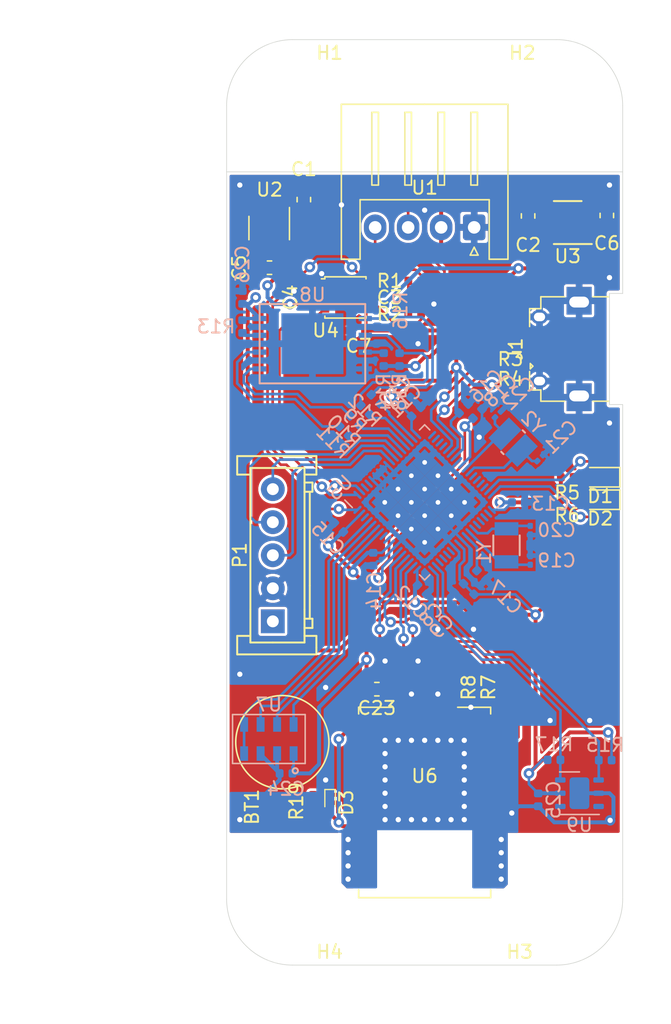
<source format=kicad_pcb>
(kicad_pcb (version 20171130) (host pcbnew "(5.1.4)-1")
  (layers (0 F.Cu signal) (31 B.Cu signal) (34 B.Paste user hide) (35 F.Paste user hide) (36 B.SilkS user) (37 F.SilkS user) (38 B.Mask user hide) (39 F.Mask user hide) (44 Edge.Cuts user))
  (net 0 "")
  (net 1 "Net-(BT1-Pad1)")
  (net 2 GND)
  (net 3 "Net-(C1-Pad1)")
  (net 4 "Net-(C3-Pad1)")
  (net 5 +5V)
  (net 6 +3V3)
  (net 7 "Net-(C17-Pad1)")
  (net 8 "Net-(C18-Pad1)")
  (net 9 "Net-(C19-Pad2)")
  (net 10 "Net-(C20-Pad2)")
  (net 11 "Net-(C21-Pad2)")
  (net 12 "Net-(C22-Pad2)")
  (net 13 "Net-(D1-Pad2)")
  (net 14 "Net-(D1-Pad1)")
  (net 15 "Net-(D2-Pad1)")
  (net 16 "Net-(D2-Pad2)")
  (net 17 "Net-(D3-Pad1)")
  (net 18 "Net-(J1-Pad1)")
  (net 19 "Net-(J1-Pad2)")
  (net 20 "Net-(J1-Pad3)")
  (net 21 "Net-(J1-Pad4)")
  (net 22 "Net-(P1-Pad1)")
  (net 23 "Net-(P1-Pad3)")
  (net 24 "Net-(P1-Pad4)")
  (net 25 "Net-(P1-Pad5)")
  (net 26 "Net-(R1-Pad2)")
  (net 27 "Net-(R2-Pad1)")
  (net 28 "Net-(R3-Pad2)")
  (net 29 "Net-(R4-Pad2)")
  (net 30 "Net-(R7-Pad1)")
  (net 31 /GNSS-TXD)
  (net 32 /GNSS-RXD)
  (net 33 "Net-(R8-Pad1)")
  (net 34 "Net-(R18-Pad1)")
  (net 35 /Flash-MISO)
  (net 36 "Net-(R10-Pad1)")
  (net 37 /Flash-MOSI)
  (net 38 "Net-(R11-Pad1)")
  (net 39 /Flash-SCLK)
  (net 40 "Net-(R12-Pad1)")
  (net 41 /Flash-~CS)
  (net 42 "Net-(R13-Pad1)")
  (net 43 "Net-(R14-Pad1)")
  (net 44 /H-SDA)
  (net 45 /H-SCL)
  (net 46 "Net-(U2-Pad4)")
  (net 47 /CAN-TXD)
  (net 48 /CAN-RXD)
  (net 49 /CAN-STB)
  (net 50 "Net-(U5-Pad18)")
  (net 51 "Net-(U5-Pad19)")
  (net 52 "Net-(U5-Pad20)")
  (net 53 "Net-(U5-Pad21)")
  (net 54 /GNSS-~RESET)
  (net 55 /GNSS-1PPS)
  (net 56 "Net-(U5-Pad36)")
  (net 57 "Net-(U5-Pad37)")
  (net 58 "Net-(U5-Pad38)")
  (net 59 "Net-(U5-Pad39)")
  (net 60 "Net-(U5-Pad46)")
  (net 61 "Net-(U5-Pad47)")
  (net 62 "Net-(U5-Pad48)")
  (net 63 "Net-(U5-Pad49)")
  (net 64 /PT-MISO)
  (net 65 /PT-MOSI)
  (net 66 /PT-SCLK)
  (net 67 /PT-~CS)
  (net 68 "Net-(U5-Pad60)")
  (net 69 "Net-(U5-Pad61)")
  (net 70 "Net-(U5-Pad66)")
  (net 71 "Net-(U6-Pad2)")
  (net 72 "Net-(U6-Pad3)")
  (net 73 "Net-(U6-Pad6)")
  (net 74 "Net-(U6-Pad7)")
  (net 75 "Net-(U6-Pad16)")
  (net 76 "Net-(U6-Pad20)")
  (net 77 "Net-(U6-Pad24)")
  (net 78 "Net-(U6-Pad30)")
  (net 79 "Net-(U9-Pad3)")
  (net 80 "Net-(U9-Pad4)")
  (net 81 "Net-(U6-Pad28)")
  (net 82 "Net-(U5-Pad29)")
  (net 83 "Net-(U5-Pad30)")
  (net 84 "Net-(U5-Pad31)")
  (net 85 "Net-(U5-Pad32)")
  (net 86 "Net-(U5-Pad3)")
  (net 87 "Net-(U5-Pad4)")
  (module KUTKiCad_footprint:Crystal_Murata_XRCHA (layer B.Cu) (at 61.7 90.45 135)
    (fp_text reference Y2 (at 0 2.12132 135) (layer B.SilkS) (effects (justify mirror)))
    (fp_text value Crystal_MHz)
    (pad 2 smd rect (at 0.875 0 135) (size 1.35 2.2) (layers B.Cu B.Paste B.Mask) (net 12 "Net-(C22-Pad2)"))
    (pad 1 smd rect (at -0.875 0 135) (size 1.35 2.2) (layers B.Cu B.Paste B.Mask) (net 11 "Net-(C21-Pad2)"))
  )
  (module Capacitor_SMD:C_0201_0603Metric (layer B.Cu) (at 63.75 91.65 225)
    (fp_text reference C21 (at -2.227386 0.035355 45) (layer B.SilkS) (effects (justify mirror)))
    (fp_text value 9pF)
    (pad 2 smd roundrect (at 0.32 0 225) (size 0.46 0.4) (layers B.Cu B.Mask) (net 11 "Net-(C21-Pad2)"))
    (pad 1 smd roundrect (at -0.32 0 225) (size 0.46 0.4) (layers B.Cu B.Mask) (net 2 GND))
  )
  (module Capacitor_SMD:C_0201_0603Metric (layer B.Cu) (at 60.55 88.35 225)
    (fp_text reference C22 (at -2.262742 0 45) (layer B.SilkS) (effects (justify mirror)))
    (fp_text value 9pF)
    (pad 1 smd roundrect (at -0.32 0 225) (size 0.46 0.4) (layers B.Cu B.Mask) (net 2 GND))
    (pad 2 smd roundrect (at 0.32 0 225) (size 0.46 0.4) (layers B.Cu B.Mask) (net 12 "Net-(C22-Pad2)"))
  )
  (module Capacitor_SMD:C_0603_1608Metric (layer F.Cu) (at 43.25 77.25 180)
    (fp_text reference C5 (at 2.3 0 90) (layer F.SilkS))
    (fp_text value 10uF)
    (pad 2 smd roundrect (at 0.7875 0 180) (size 0.875 0.95) (layers F.Cu F.Paste F.Mask) (net 2 GND))
    (pad 1 smd roundrect (at -0.7875 0 180) (size 0.875 0.95) (layers F.Cu F.Paste F.Mask) (net 5 +5V))
  )
  (module Capacitor_SMD:C_0201_0603Metric (layer B.Cu) (at 63 97.1 90)
    (fp_text reference C20 (at 0 2 180) (layer B.SilkS) (effects (justify mirror)))
    (fp_text value 9pF)
    (pad 1 smd roundrect (at -0.32 0 90) (size 0.46 0.4) (layers B.Cu B.Mask) (net 2 GND))
    (pad 2 smd roundrect (at 0.32 0 90) (size 0.46 0.4) (layers B.Cu B.Mask) (net 10 "Net-(C20-Pad2)"))
  )
  (module KUTKiCad_footprint:TE_Sensor_MS8607 (layer B.Cu) (at 43.2 112.9 90)
    (fp_text reference U7 (at 2.6 0 180) (layer B.SilkS) (effects (justify mirror)))
    (fp_text value MS5607)
    (pad 8 smd rect (at 1.1 1.875 90) (size 1.1 0.6) (layers B.Cu B.Paste B.Mask) (net 66 /PT-SCLK))
    (pad 7 smd rect (at 1.1 0.625 90) (size 1.1 0.6) (layers B.Cu B.Paste B.Mask) (net 65 /PT-MOSI))
    (pad 6 smd rect (at 1.1 -0.625 90) (size 1.1 0.6) (layers B.Cu B.Paste B.Mask) (net 64 /PT-MISO))
    (pad 5 smd rect (at 1.1 -1.875 90) (size 1.1 0.6) (layers B.Cu B.Paste B.Mask) (net 67 /PT-~CS))
    (pad 4 smd rect (at -1.1 -1.875 90) (size 1.1 0.6) (layers B.Cu B.Paste B.Mask) (net 67 /PT-~CS))
    (pad 3 smd rect (at -1.1 -0.625 90) (size 1.1 0.6) (layers B.Cu B.Paste B.Mask) (net 2 GND))
    (pad 2 smd rect (at -1.1 0.625 90) (size 1.1 0.6) (layers B.Cu B.Paste B.Mask) (net 2 GND))
    (pad 1 smd rect (at -1.1 1.875 90) (size 1.1 0.6) (layers B.Cu B.Paste B.Mask) (net 6 +3V3))
  )
  (module Capacitor_SMD:C_0402_1005Metric (layer B.Cu) (at 59 88.3 45)
    (fp_text reference C18 (at 2.474874 0 45) (layer B.SilkS) (effects (justify mirror)))
    (fp_text value 1uF)
    (pad 2 smd roundrect (at 0.485 0 45) (size 0.59 0.64) (layers B.Cu B.Paste B.Mask) (net 2 GND))
    (pad 1 smd roundrect (at -0.485 0 45) (size 0.59 0.64) (layers B.Cu B.Paste B.Mask) (net 8 "Net-(C18-Pad1)"))
  )
  (module Battery:BatteryHolder_Seiko_MS621F (layer F.Cu) (at 44.22 118.14 270)
    (fp_text reference BT1 (at -0.1 2.3 270) (layer F.SilkS))
    (fp_text value Battery_Cell)
    (pad 1 smd rect (at 0 -0.75 270) (size 2 0.8) (layers F.Cu F.Paste F.Mask) (net 1 "Net-(BT1-Pad1)"))
    (pad 2 smd rect (at 0 0.75 270) (size 2 0.8) (layers F.Cu F.Paste F.Mask) (net 2 GND))
  )
  (module Capacitor_SMD:C_0603_1608Metric (layer F.Cu) (at 45.85 72.1 90)
    (fp_text reference C1 (at 2.3 0) (layer F.SilkS))
    (fp_text value 10uF)
    (pad 1 smd roundrect (at -0.7875 0 90) (size 0.875 0.95) (layers F.Cu F.Paste F.Mask) (net 3 "Net-(C1-Pad1)"))
    (pad 2 smd roundrect (at 0.7875 0 90) (size 0.875 0.95) (layers F.Cu F.Paste F.Mask) (net 2 GND))
  )
  (module Capacitor_SMD:C_0603_1608Metric (layer F.Cu) (at 62.835355 73.335356 90)
    (fp_text reference C2 (at -2.2 0 180) (layer F.SilkS))
    (fp_text value 10uF)
    (pad 1 smd roundrect (at -0.7875 0 90) (size 0.875 0.95) (layers F.Cu F.Paste F.Mask) (net 3 "Net-(C1-Pad1)"))
    (pad 2 smd roundrect (at 0.7875 0 90) (size 0.875 0.95) (layers F.Cu F.Paste F.Mask) (net 2 GND))
  )
  (module Capacitor_SMD:C_0402_1005Metric (layer F.Cu) (at 54.25 79.5)
    (fp_text reference C3 (at -1.9 0) (layer F.SilkS))
    (fp_text value 4.7nF)
    (pad 2 smd roundrect (at 0.485 0) (size 0.59 0.64) (layers F.Cu F.Paste F.Mask) (net 2 GND))
    (pad 1 smd roundrect (at -0.485 0) (size 0.59 0.64) (layers F.Cu F.Paste F.Mask) (net 4 "Net-(C3-Pad1)"))
  )
  (module Capacitor_SMD:C_0603_1608Metric (layer F.Cu) (at 68.8 73.3 90)
    (fp_text reference C6 (at -2.1 0 180) (layer F.SilkS))
    (fp_text value 10uF)
    (pad 2 smd roundrect (at 0.7875 0 90) (size 0.875 0.95) (layers F.Cu F.Paste F.Mask) (net 2 GND))
    (pad 1 smd roundrect (at -0.7875 0 90) (size 0.875 0.95) (layers F.Cu F.Paste F.Mask) (net 6 +3V3))
  )
  (module Capacitor_SMD:C_0402_1005Metric (layer B.Cu) (at 51.1 99.3 270)
    (fp_text reference C14 (at 2.404163 -0.070711 90) (layer B.SilkS) (effects (justify mirror)))
    (fp_text value 1uF)
    (pad 1 smd roundrect (at -0.485 0 270) (size 0.59 0.64) (layers B.Cu B.Paste B.Mask) (net 6 +3V3))
    (pad 2 smd roundrect (at 0.485 0 270) (size 0.59 0.64) (layers B.Cu B.Paste B.Mask) (net 2 GND))
  )
  (module Capacitor_SMD:C_0402_1005Metric (layer B.Cu) (at 57.95 87.9 45)
    (fp_text reference C16 (at 2.404163 0 45) (layer B.SilkS) (effects (justify mirror)))
    (fp_text value 1uF)
    (pad 1 smd roundrect (at -0.485 0 45) (size 0.59 0.64) (layers B.Cu B.Paste B.Mask) (net 6 +3V3))
    (pad 2 smd roundrect (at 0.485 0 45) (size 0.59 0.64) (layers B.Cu B.Paste B.Mask) (net 2 GND))
  )
  (module Capacitor_SMD:C_0402_1005Metric (layer B.Cu) (at 59.3 100.5 315)
    (fp_text reference C17 (at 2.474874 -0.070711 135) (layer B.SilkS) (effects (justify mirror)))
    (fp_text value 1uF)
    (pad 1 smd roundrect (at -0.485 0 315) (size 0.59 0.64) (layers B.Cu B.Paste B.Mask) (net 7 "Net-(C17-Pad1)"))
    (pad 2 smd roundrect (at 0.485 0 315) (size 0.59 0.64) (layers B.Cu B.Paste B.Mask) (net 2 GND))
  )
  (module Capacitor_SMD:C_0201_0603Metric (layer B.Cu) (at 63 99.4 270)
    (fp_text reference C19 (at 0 -2 180) (layer B.SilkS) (effects (justify mirror)))
    (fp_text value 9pF)
    (pad 2 smd roundrect (at 0.32 0 270) (size 0.46 0.4) (layers B.Cu B.Mask) (net 9 "Net-(C19-Pad2)"))
    (pad 1 smd roundrect (at -0.32 0 270) (size 0.46 0.4) (layers B.Cu B.Mask) (net 2 GND))
  )
  (module Capacitor_SMD:C_0603_1608Metric (layer F.Cu) (at 51.38 109.13 180)
    (fp_text reference C23 (at 0 -1.43) (layer F.SilkS))
    (fp_text value 4.7uF)
    (pad 1 smd roundrect (at -0.7875 0 180) (size 0.875 0.95) (layers F.Cu F.Paste F.Mask) (net 2 GND))
    (pad 2 smd roundrect (at 0.7875 0 180) (size 0.875 0.95) (layers F.Cu F.Paste F.Mask) (net 6 +3V3))
  )
  (module LED_SMD:LED_0603_1608Metric (layer F.Cu) (at 68.3 93.1 180)
    (fp_text reference D1 (at 0 -1.43) (layer F.SilkS))
    (fp_text value LED_BLUE)
    (pad 2 smd roundrect (at 0.7875 0 180) (size 0.875 0.95) (layers F.Cu F.Paste F.Mask) (net 13 "Net-(D1-Pad2)"))
    (pad 1 smd roundrect (at -0.7875 0 180) (size 0.875 0.95) (layers F.Cu F.Paste F.Mask) (net 14 "Net-(D1-Pad1)"))
  )
  (module LED_SMD:LED_0603_1608Metric (layer F.Cu) (at 68.3 94.8 180)
    (fp_text reference D2 (at 0 -1.43) (layer F.SilkS))
    (fp_text value LED_OR)
    (pad 1 smd roundrect (at -0.7875 0 180) (size 0.875 0.95) (layers F.Cu F.Paste F.Mask) (net 15 "Net-(D2-Pad1)"))
    (pad 2 smd roundrect (at 0.7875 0 180) (size 0.875 0.95) (layers F.Cu F.Paste F.Mask) (net 16 "Net-(D2-Pad2)"))
  )
  (module KUTKiCad_footprint:D_SOD-723 (layer F.Cu) (at 48.14 117.72 270)
    (fp_text reference D3 (at 0 -0.93 270) (layer F.SilkS))
    (fp_text value D)
    (pad 1 smd rect (at -0.6 0.3 270) (size 0.5 0.5) (layers F.Cu F.Paste F.Mask) (net 17 "Net-(D3-Pad1)"))
    (pad 2 smd rect (at 0.6 0.3 270) (size 0.5 0.5) (layers F.Cu F.Paste F.Mask) (net 6 +3V3))
  )
  (module MountingHole:MountingHole_3.5mm (layer F.Cu) (at 45 65)
    (fp_text reference H1 (at 2.8 -4) (layer F.SilkS))
    (fp_text value MountingHole)
    (pad 1 np_thru_hole circle (at 0 0) (size 3.5 3.5) (drill 3.5) (layers *.Cu *.Mask))
  )
  (module MountingHole:MountingHole_3.5mm (layer F.Cu) (at 65 65)
    (fp_text reference H2 (at -2.6 -4 180) (layer F.SilkS))
    (fp_text value MountingHole)
    (pad 1 np_thru_hole circle (at 0 0) (size 3.5 3.5) (drill 3.5) (layers *.Cu *.Mask))
  )
  (module MountingHole:MountingHole_3.5mm (layer F.Cu) (at 65 125)
    (fp_text reference H3 (at -2.8 4 180) (layer F.SilkS))
    (fp_text value MountingHole)
    (pad 1 np_thru_hole circle (at 0 0) (size 3.5 3.5) (drill 3.5) (layers *.Cu *.Mask))
  )
  (module MountingHole:MountingHole_3.5mm (layer F.Cu) (at 45 125)
    (fp_text reference H4 (at 2.8 4 180) (layer F.SilkS))
    (fp_text value MountingHole)
    (pad 1 np_thru_hole circle (at 0 0) (size 3.5 3.5) (drill 3.5) (layers *.Cu *.Mask))
  )
  (module KUTKiCad_footprint:Hirose_ZX_ZX62D-B-5P8 (layer F.Cu) (at 66.7 83.4 90)
    (fp_text reference J1 (at 0 -4.8 90) (layer F.SilkS))
    (fp_text value USB_B_Micro)
    (pad 1 smd rect (at -1.3 -2.675 90) (size 0.4 1.35) (layers F.Cu F.Paste F.Mask) (net 18 "Net-(J1-Pad1)"))
    (pad 2 smd rect (at -0.65 -2.675 90) (size 0.4 1.35) (layers F.Cu F.Paste F.Mask) (net 19 "Net-(J1-Pad2)"))
    (pad 3 smd rect (at 0 -2.675 90) (size 0.4 1.35) (layers F.Cu F.Paste F.Mask) (net 20 "Net-(J1-Pad3)"))
    (pad 4 smd rect (at 0.65 -2.675 90) (size 0.4 1.35) (layers F.Cu F.Paste F.Mask) (net 21 "Net-(J1-Pad4)"))
    (pad 5 smd rect (at 1.3 -2.675 90) (size 0.4 1.35) (layers F.Cu F.Paste F.Mask) (net 2 GND))
    (pad 5 thru_hole oval (at -2.425 -3 90) (size 1.05 1.25) (drill oval 0.65 0.85) (layers *.Cu *.Mask) (net 2 GND))
    (pad 5 thru_hole oval (at 2.425 -3 90) (size 1.05 1.25) (drill oval 0.65 0.85) (layers *.Cu *.Mask) (net 2 GND))
    (pad 5 thru_hole rect (at -3.55 0 90) (size 2.1 1.9) (drill oval 0.825 1.5 (offset -0.1 0)) (layers *.Cu *.Mask) (net 2 GND))
    (pad 5 thru_hole rect (at 3.55 0 90) (size 2.1 1.9) (drill oval 0.825 1.5 (offset 0.1 0)) (layers *.Cu *.Mask) (net 2 GND))
    (pad 5 smd rect (at -1.15 0 90) (size 1.8 1.9) (layers F.Cu F.Paste F.Mask) (net 2 GND))
    (pad 5 smd rect (at 1.15 0 90) (size 1.8 1.9) (layers F.Cu F.Paste F.Mask) (net 2 GND))
  )
  (module KUTKiCad_footprint:JST_JQ_05JQ-BT_1x05_P2.5mm_Vertical (layer F.Cu) (at 43.5 104 270)
    (fp_text reference P1 (at -5 2.5 90) (layer F.SilkS))
    (fp_text value KRC_Conn_SWD)
    (pad 1 thru_hole rect (at 0 0 270) (size 1.8 1.8) (drill 0.9) (layers *.Cu *.Mask) (net 22 "Net-(P1-Pad1)"))
    (pad 2 thru_hole circle (at -2.5 0 270) (size 1.8 1.8) (drill 0.9) (layers *.Cu *.Mask) (net 2 GND))
    (pad 3 thru_hole circle (at -5 0 270) (size 1.8 1.8) (drill 0.9) (layers *.Cu *.Mask) (net 23 "Net-(P1-Pad3)"))
    (pad 4 thru_hole circle (at -7.5 0 270) (size 1.8 1.8) (drill 0.9) (layers *.Cu *.Mask) (net 24 "Net-(P1-Pad4)"))
    (pad 5 thru_hole circle (at -10 0 270) (size 1.8 1.8) (drill 0.9) (layers *.Cu *.Mask) (net 25 "Net-(P1-Pad5)"))
  )
  (module Resistor_SMD:R_0402_1005Metric (layer F.Cu) (at 54.25 78.25)
    (fp_text reference R1 (at -1.9 0) (layer F.SilkS))
    (fp_text value 56Ω)
    (pad 2 smd roundrect (at 0.485 0) (size 0.59 0.64) (layers F.Cu F.Paste F.Mask) (net 26 "Net-(R1-Pad2)"))
    (pad 1 smd roundrect (at -0.485 0) (size 0.59 0.64) (layers F.Cu F.Paste F.Mask) (net 4 "Net-(C3-Pad1)"))
  )
  (module Resistor_SMD:R_0402_1005Metric (layer F.Cu) (at 54.25 80.75 180)
    (fp_text reference R2 (at 1.9 0) (layer F.SilkS))
    (fp_text value 56Ω)
    (pad 2 smd roundrect (at 0.485 0 180) (size 0.59 0.64) (layers F.Cu F.Paste F.Mask) (net 4 "Net-(C3-Pad1)"))
    (pad 1 smd roundrect (at -0.485 0 180) (size 0.59 0.64) (layers F.Cu F.Paste F.Mask) (net 27 "Net-(R2-Pad1)"))
  )
  (module Resistor_SMD:R_0402_1005Metric (layer F.Cu) (at 61.5 83 180)
    (fp_text reference R3 (at 0 -1.17) (layer F.SilkS))
    (fp_text value 22Ω)
    (pad 2 smd roundrect (at 0.485 0 180) (size 0.59 0.64) (layers F.Cu F.Paste F.Mask) (net 28 "Net-(R3-Pad2)"))
    (pad 1 smd roundrect (at -0.485 0 180) (size 0.59 0.64) (layers F.Cu F.Paste F.Mask) (net 20 "Net-(J1-Pad3)"))
  )
  (module Resistor_SMD:R_0402_1005Metric (layer F.Cu) (at 61.5 84.5 180)
    (fp_text reference R4 (at 0 -1.17) (layer F.SilkS))
    (fp_text value 22Ω)
    (pad 1 smd roundrect (at -0.485 0 180) (size 0.59 0.64) (layers F.Cu F.Paste F.Mask) (net 19 "Net-(J1-Pad2)"))
    (pad 2 smd roundrect (at 0.485 0 180) (size 0.59 0.64) (layers F.Cu F.Paste F.Mask) (net 29 "Net-(R4-Pad2)"))
  )
  (module Resistor_SMD:R_0402_1005Metric (layer F.Cu) (at 65.8 93.1 180)
    (fp_text reference R5 (at 0 -1.17) (layer F.SilkS))
    (fp_text value 220Ω)
    (pad 2 smd roundrect (at 0.485 0 180) (size 0.59 0.64) (layers F.Cu F.Paste F.Mask) (net 6 +3V3))
    (pad 1 smd roundrect (at -0.485 0 180) (size 0.59 0.64) (layers F.Cu F.Paste F.Mask) (net 13 "Net-(D1-Pad2)"))
  )
  (module Resistor_SMD:R_0402_1005Metric (layer F.Cu) (at 65.8 94.8 180)
    (fp_text reference R6 (at 0 -1.17) (layer F.SilkS))
    (fp_text value 220Ω)
    (pad 2 smd roundrect (at 0.485 0 180) (size 0.59 0.64) (layers F.Cu F.Paste F.Mask) (net 6 +3V3))
    (pad 1 smd roundrect (at -0.485 0 180) (size 0.59 0.64) (layers F.Cu F.Paste F.Mask) (net 16 "Net-(D2-Pad2)"))
  )
  (module Resistor_SMD:R_0402_1005Metric (layer F.Cu) (at 61 109 90)
    (fp_text reference R7 (at 0 -1.17 90) (layer F.SilkS))
    (fp_text value 220Ω)
    (pad 1 smd roundrect (at -0.485 0 90) (size 0.59 0.64) (layers F.Cu F.Paste F.Mask) (net 30 "Net-(R7-Pad1)"))
    (pad 2 smd roundrect (at 0.485 0 90) (size 0.59 0.64) (layers F.Cu F.Paste F.Mask) (net 31 /GNSS-TXD))
  )
  (module Resistor_SMD:R_0402_1005Metric (layer F.Cu) (at 59.5 109 90)
    (fp_text reference R8 (at 0 -1.17 90) (layer F.SilkS))
    (fp_text value 220Ω)
    (pad 2 smd roundrect (at 0.485 0 90) (size 0.59 0.64) (layers F.Cu F.Paste F.Mask) (net 32 /GNSS-RXD))
    (pad 1 smd roundrect (at -0.485 0 90) (size 0.59 0.64) (layers F.Cu F.Paste F.Mask) (net 33 "Net-(R8-Pad1)"))
  )
  (module Resistor_SMD:R_0402_1005Metric (layer B.Cu) (at 50.5 88 315)
    (fp_text reference R9 (at 0 1.17 135) (layer B.SilkS) (effects (justify mirror)))
    (fp_text value 22Ω)
    (pad 1 smd roundrect (at -0.485 0 315) (size 0.59 0.64) (layers B.Cu B.Paste B.Mask) (net 34 "Net-(R18-Pad1)"))
    (pad 2 smd roundrect (at 0.485 0 315) (size 0.59 0.64) (layers B.Cu B.Paste B.Mask) (net 35 /Flash-MISO))
  )
  (module Resistor_SMD:R_0402_1005Metric (layer B.Cu) (at 49.7 88.8 315)
    (fp_text reference R10 (at 0 1.17 135) (layer B.SilkS) (effects (justify mirror)))
    (fp_text value 22Ω)
    (pad 1 smd roundrect (at -0.485 0 315) (size 0.59 0.64) (layers B.Cu B.Paste B.Mask) (net 36 "Net-(R10-Pad1)"))
    (pad 2 smd roundrect (at 0.485 0 315) (size 0.59 0.64) (layers B.Cu B.Paste B.Mask) (net 37 /Flash-MOSI))
  )
  (module Resistor_SMD:R_0402_1005Metric (layer B.Cu) (at 48.9 89.6 315)
    (fp_text reference R11 (at 0 1.17 135) (layer B.SilkS) (effects (justify mirror)))
    (fp_text value 22Ω)
    (pad 1 smd roundrect (at -0.485 0 315) (size 0.59 0.64) (layers B.Cu B.Paste B.Mask) (net 38 "Net-(R11-Pad1)"))
    (pad 2 smd roundrect (at 0.485 0 315) (size 0.59 0.64) (layers B.Cu B.Paste B.Mask) (net 39 /Flash-SCLK))
  )
  (module Resistor_SMD:R_0402_1005Metric (layer B.Cu) (at 51.3 87.2 315)
    (fp_text reference R12 (at 0 1.17 135) (layer B.SilkS) (effects (justify mirror)))
    (fp_text value 22Ω)
    (pad 1 smd roundrect (at -0.485 0 315) (size 0.59 0.64) (layers B.Cu B.Paste B.Mask) (net 40 "Net-(R12-Pad1)"))
    (pad 2 smd roundrect (at 0.485 0 315) (size 0.59 0.64) (layers B.Cu B.Paste B.Mask) (net 41 /Flash-~CS))
  )
  (module Resistor_SMD:R_0402_1005Metric (layer B.Cu) (at 41.2 81.7 90)
    (fp_text reference R13 (at 0 -2 180) (layer B.SilkS) (effects (justify mirror)))
    (fp_text value 4.7kΩ)
    (pad 1 smd roundrect (at -0.485 0 90) (size 0.59 0.64) (layers B.Cu B.Paste B.Mask) (net 42 "Net-(R13-Pad1)"))
    (pad 2 smd roundrect (at 0.485 0 90) (size 0.59 0.64) (layers B.Cu B.Paste B.Mask) (net 6 +3V3))
  )
  (module Resistor_SMD:R_0402_1005Metric (layer B.Cu) (at 51.9 84.2 270)
    (fp_text reference R14 (at 2.47 0 90) (layer B.SilkS) (effects (justify mirror)))
    (fp_text value 4.7kΩ)
    (pad 2 smd roundrect (at 0.485 0 270) (size 0.59 0.64) (layers B.Cu B.Paste B.Mask) (net 6 +3V3))
    (pad 1 smd roundrect (at -0.485 0 270) (size 0.59 0.64) (layers B.Cu B.Paste B.Mask) (net 43 "Net-(R14-Pad1)"))
  )
  (module Resistor_SMD:R_0402_1005Metric (layer B.Cu) (at 68.675 114.5)
    (fp_text reference R15 (at 0 -1.15) (layer B.SilkS) (effects (justify mirror)))
    (fp_text value 4.7kΩ)
    (pad 1 smd roundrect (at -0.485 0) (size 0.59 0.64) (layers B.Cu B.Paste B.Mask) (net 44 /H-SDA))
    (pad 2 smd roundrect (at 0.485 0) (size 0.59 0.64) (layers B.Cu B.Paste B.Mask) (net 6 +3V3))
  )
  (module Resistor_SMD:R_0402_1005Metric (layer B.Cu) (at 52 80.5 90)
    (fp_text reference R16 (at 0 1.17 90) (layer B.SilkS) (effects (justify mirror)))
    (fp_text value 4.7kΩ)
    (pad 2 smd roundrect (at 0.485 0 90) (size 0.59 0.64) (layers B.Cu B.Paste B.Mask) (net 6 +3V3))
    (pad 1 smd roundrect (at -0.485 0 90) (size 0.59 0.64) (layers B.Cu B.Paste B.Mask) (net 40 "Net-(R12-Pad1)"))
  )
  (module Resistor_SMD:R_0402_1005Metric (layer B.Cu) (at 64.8 114.475 180)
    (fp_text reference R17 (at 0 1.17) (layer B.SilkS) (effects (justify mirror)))
    (fp_text value 4.7kΩ)
    (pad 2 smd roundrect (at 0.485 0 180) (size 0.59 0.64) (layers B.Cu B.Paste B.Mask) (net 6 +3V3))
    (pad 1 smd roundrect (at -0.485 0 180) (size 0.59 0.64) (layers B.Cu B.Paste B.Mask) (net 45 /H-SCL))
  )
  (module Resistor_SMD:R_0402_1005Metric (layer B.Cu) (at 53.1 84.2 270)
    (fp_text reference R18 (at 2.46 0 90) (layer B.SilkS) (effects (justify mirror)))
    (fp_text value 4.7kΩ)
    (pad 1 smd roundrect (at -0.485 0 270) (size 0.59 0.64) (layers B.Cu B.Paste B.Mask) (net 34 "Net-(R18-Pad1)"))
    (pad 2 smd roundrect (at 0.485 0 270) (size 0.59 0.64) (layers B.Cu B.Paste B.Mask) (net 6 +3V3))
  )
  (module Resistor_SMD:R_0402_1005Metric (layer F.Cu) (at 46.54 117.61 90)
    (fp_text reference R19 (at 0 -1.26 270) (layer F.SilkS))
    (fp_text value 68kΩ)
    (pad 1 smd roundrect (at -0.485 0 90) (size 0.59 0.64) (layers F.Cu F.Paste F.Mask) (net 1 "Net-(BT1-Pad1)"))
    (pad 2 smd roundrect (at 0.485 0 90) (size 0.59 0.64) (layers F.Cu F.Paste F.Mask) (net 17 "Net-(D3-Pad1)"))
  )
  (module Package_TO_SOT_SMD:TSOT-23-5 (layer F.Cu) (at 43.25 74.25 270)
    (fp_text reference U2 (at -2.9 0) (layer F.SilkS))
    (fp_text value LT1761-5)
    (pad 1 smd rect (at -1.31 -0.95 270) (size 1.22 0.65) (layers F.Cu F.Paste F.Mask) (net 3 "Net-(C1-Pad1)"))
    (pad 2 smd rect (at -1.31 0 270) (size 1.22 0.65) (layers F.Cu F.Paste F.Mask) (net 2 GND))
    (pad 3 smd rect (at -1.31 0.95 270) (size 1.22 0.65) (layers F.Cu F.Paste F.Mask) (net 3 "Net-(C1-Pad1)"))
    (pad 4 smd rect (at 1.31 0.95 270) (size 1.22 0.65) (layers F.Cu F.Paste F.Mask) (net 46 "Net-(U2-Pad4)"))
    (pad 5 smd rect (at 1.31 -0.95 270) (size 1.22 0.65) (layers F.Cu F.Paste F.Mask) (net 5 +5V))
  )
  (module Package_DFN_QFN:DFN-8-1EP_3x3mm_P0.5mm_EP1.66x2.38mm (layer F.Cu) (at 65.835355 73.835356 180)
    (fp_text reference U3 (at 0 -2.55) (layer F.SilkS))
    (fp_text value LT1965xDD-3.3)
    (pad 1 smd rect (at -1.4 -0.75 180) (size 0.7 0.25) (layers F.Cu F.Paste F.Mask) (net 6 +3V3))
    (pad 2 smd rect (at -1.4 -0.25 180) (size 0.7 0.25) (layers F.Cu F.Paste F.Mask) (net 6 +3V3))
    (pad 3 smd rect (at -1.4 0.25 180) (size 0.7 0.25) (layers F.Cu F.Paste F.Mask) (net 6 +3V3))
    (pad 4 smd rect (at -1.4 0.75 180) (size 0.7 0.25) (layers F.Cu F.Paste F.Mask) (net 2 GND))
    (pad 5 smd rect (at 1.4 0.75 180) (size 0.7 0.25) (layers F.Cu F.Paste F.Mask) (net 2 GND))
    (pad 6 smd rect (at 1.4 0.25 180) (size 0.7 0.25) (layers F.Cu F.Paste F.Mask) (net 3 "Net-(C1-Pad1)"))
    (pad 7 smd rect (at 1.4 -0.25 180) (size 0.7 0.25) (layers F.Cu F.Paste F.Mask) (net 3 "Net-(C1-Pad1)"))
    (pad 8 smd rect (at 1.4 -0.75 180) (size 0.7 0.25) (layers F.Cu F.Paste F.Mask) (net 3 "Net-(C1-Pad1)"))
    (pad 9 smd rect (at 0 0 180) (size 1.66 2.38) (layers F.Cu F.Mask))
  )
  (module Package_DFN_QFN:DFN-8-1EP_3x3mm_P0.65mm_EP1.55x2.4mm (layer F.Cu) (at 49 79.5)
    (fp_text reference U4 (at -1.5 2.5 180) (layer F.SilkS))
    (fp_text value NCV7342)
    (pad 1 smd rect (at -1.55 -0.975) (size 0.65 0.35) (layers F.Cu F.Paste F.Mask) (net 47 /CAN-TXD))
    (pad 2 smd rect (at -1.55 -0.325) (size 0.65 0.35) (layers F.Cu F.Paste F.Mask) (net 2 GND))
    (pad 3 smd rect (at -1.55 0.325) (size 0.65 0.35) (layers F.Cu F.Paste F.Mask) (net 5 +5V))
    (pad 4 smd rect (at -1.55 0.975) (size 0.65 0.35) (layers F.Cu F.Paste F.Mask) (net 48 /CAN-RXD))
    (pad 5 smd rect (at 1.55 0.975) (size 0.65 0.35) (layers F.Cu F.Paste F.Mask) (net 6 +3V3))
    (pad 6 smd rect (at 1.55 0.325) (size 0.65 0.35) (layers F.Cu F.Paste F.Mask) (net 27 "Net-(R2-Pad1)"))
    (pad 7 smd rect (at 1.55 -0.325) (size 0.65 0.35) (layers F.Cu F.Paste F.Mask) (net 26 "Net-(R1-Pad2)"))
    (pad 8 smd rect (at 1.55 -0.975) (size 0.65 0.35) (layers F.Cu F.Paste F.Mask) (net 49 /CAN-STB))
    (pad 9 smd rect (at 0 0) (size 1.55 2.4) (layers F.Cu F.Mask) (net 2 GND))
  )
  (module KUTKiCad_footprint:Cypress_QFN-68_EP_8x8_Pitch0.4mm (layer B.Cu) (at 55 95 315)
    (fp_text reference U5 (at -5.303301 3.747666 225) (layer B.SilkS) (effects (justify mirror)))
    (fp_text value CY8C58xxLTI-LPxxx)
    (pad 1 smd oval (at -4 3.2 225) (size 0.2 0.8) (layers B.Cu B.Paste B.Mask) (net 47 /CAN-TXD))
    (pad 2 smd oval (at -4 2.8 225) (size 0.2 0.8) (layers B.Cu B.Paste B.Mask) (net 48 /CAN-RXD))
    (pad 3 smd oval (at -4 2.4 225) (size 0.2 0.8) (layers B.Cu B.Paste B.Mask) (net 86 "Net-(U5-Pad3)"))
    (pad 4 smd oval (at -4 2 225) (size 0.2 0.8) (layers B.Cu B.Paste B.Mask) (net 87 "Net-(U5-Pad4)"))
    (pad 5 smd oval (at -4 1.6 225) (size 0.2 0.8) (layers B.Cu B.Paste B.Mask) (net 2 GND))
    (pad 6 smd oval (at -4 1.2 225) (size 0.2 0.8) (layers B.Cu B.Paste B.Mask) (net 2 GND))
    (pad 7 smd oval (at -4 0.8 225) (size 0.2 0.8) (layers B.Cu B.Paste B.Mask) (net 2 GND))
    (pad 8 smd oval (at -4 0.4 225) (size 0.2 0.8) (layers B.Cu B.Paste B.Mask) (net 2 GND))
    (pad 9 smd oval (at -4 0 225) (size 0.2 0.8) (layers B.Cu B.Paste B.Mask) (net 2 GND))
    (pad 10 smd oval (at -4 -0.4 225) (size 0.2 0.8) (layers B.Cu B.Paste B.Mask) (net 23 "Net-(P1-Pad3)"))
    (pad 11 smd oval (at -4 -0.8 225) (size 0.2 0.8) (layers B.Cu B.Paste B.Mask) (net 25 "Net-(P1-Pad5)"))
    (pad 12 smd oval (at -4 -1.2 225) (size 0.2 0.8) (layers B.Cu B.Paste B.Mask) (net 24 "Net-(P1-Pad4)"))
    (pad 13 smd oval (at -4 -1.6 225) (size 0.2 0.8) (layers B.Cu B.Paste B.Mask) (net 39 /Flash-SCLK))
    (pad 14 smd oval (at -4 -2 225) (size 0.2 0.8) (layers B.Cu B.Paste B.Mask) (net 37 /Flash-MOSI))
    (pad 15 smd oval (at -4 -2.4 225) (size 0.2 0.8) (layers B.Cu B.Paste B.Mask) (net 35 /Flash-MISO))
    (pad 16 smd oval (at -4 -2.8 225) (size 0.2 0.8) (layers B.Cu B.Paste B.Mask) (net 41 /Flash-~CS))
    (pad 17 smd oval (at -4 -3.2 225) (size 0.2 0.8) (layers B.Cu B.Paste B.Mask) (net 6 +3V3))
    (pad 18 smd oval (at -3.2 -4 315) (size 0.2 0.8) (layers B.Cu B.Paste B.Mask) (net 50 "Net-(U5-Pad18)"))
    (pad 19 smd oval (at -2.8 -4 315) (size 0.2 0.8) (layers B.Cu B.Paste B.Mask) (net 51 "Net-(U5-Pad19)"))
    (pad 20 smd oval (at -2.4 -4 315) (size 0.2 0.8) (layers B.Cu B.Paste B.Mask) (net 52 "Net-(U5-Pad20)"))
    (pad 21 smd oval (at -2 -4 315) (size 0.2 0.8) (layers B.Cu B.Paste B.Mask) (net 53 "Net-(U5-Pad21)"))
    (pad 22 smd oval (at -1.6 -4 315) (size 0.2 0.8) (layers B.Cu B.Paste B.Mask) (net 28 "Net-(R3-Pad2)"))
    (pad 23 smd oval (at -1.2 -4 315) (size 0.2 0.8) (layers B.Cu B.Paste B.Mask) (net 29 "Net-(R4-Pad2)"))
    (pad 24 smd oval (at -0.8 -4 315) (size 0.2 0.8) (layers B.Cu B.Paste B.Mask) (net 6 +3V3))
    (pad 25 smd oval (at -0.4 -4 315) (size 0.2 0.8) (layers B.Cu B.Paste B.Mask) (net 2 GND))
    (pad 26 smd oval (at 0 -4 315) (size 0.2 0.8) (layers B.Cu B.Paste B.Mask) (net 8 "Net-(C18-Pad1)"))
    (pad 27 smd oval (at 0.4 -4 315) (size 0.2 0.8) (layers B.Cu B.Paste B.Mask) (net 12 "Net-(C22-Pad2)"))
    (pad 28 smd oval (at 0.8 -4 315) (size 0.2 0.8) (layers B.Cu B.Paste B.Mask) (net 11 "Net-(C21-Pad2)"))
    (pad 29 smd oval (at 1.2 -4 315) (size 0.2 0.8) (layers B.Cu B.Paste B.Mask) (net 82 "Net-(U5-Pad29)"))
    (pad 30 smd oval (at 1.6 -4 315) (size 0.2 0.8) (layers B.Cu B.Paste B.Mask) (net 83 "Net-(U5-Pad30)"))
    (pad 31 smd oval (at 2 -4 315) (size 0.2 0.8) (layers B.Cu B.Paste B.Mask) (net 84 "Net-(U5-Pad31)"))
    (pad 32 smd oval (at 2.4 -4 315) (size 0.2 0.8) (layers B.Cu B.Paste B.Mask) (net 85 "Net-(U5-Pad32)"))
    (pad 33 smd oval (at 2.8 -4 315) (size 0.2 0.8) (layers B.Cu B.Paste B.Mask) (net 14 "Net-(D1-Pad1)"))
    (pad 34 smd oval (at 3.2 -4 315) (size 0.2 0.8) (layers B.Cu B.Paste B.Mask) (net 15 "Net-(D2-Pad1)"))
    (pad 35 smd oval (at 4 -3.2 225) (size 0.2 0.8) (layers B.Cu B.Paste B.Mask) (net 6 +3V3))
    (pad 36 smd oval (at 4 -2.8 225) (size 0.2 0.8) (layers B.Cu B.Paste B.Mask) (net 56 "Net-(U5-Pad36)"))
    (pad 37 smd oval (at 4 -2.4 225) (size 0.2 0.8) (layers B.Cu B.Paste B.Mask) (net 57 "Net-(U5-Pad37)"))
    (pad 38 smd oval (at 4 -2 225) (size 0.2 0.8) (layers B.Cu B.Paste B.Mask) (net 58 "Net-(U5-Pad38)"))
    (pad 39 smd oval (at 4 -1.6 225) (size 0.2 0.8) (layers B.Cu B.Paste B.Mask) (net 59 "Net-(U5-Pad39)"))
    (pad 40 smd oval (at 4 -1.2 225) (size 0.2 0.8) (layers B.Cu B.Paste B.Mask) (net 10 "Net-(C20-Pad2)"))
    (pad 41 smd oval (at 4 -0.8 225) (size 0.2 0.8) (layers B.Cu B.Paste B.Mask) (net 9 "Net-(C19-Pad2)"))
    (pad 42 smd oval (at 4 -0.4 225) (size 0.2 0.8) (layers B.Cu B.Paste B.Mask) (net 7 "Net-(C17-Pad1)"))
    (pad 43 smd oval (at 4 0 225) (size 0.2 0.8) (layers B.Cu B.Paste B.Mask) (net 2 GND))
    (pad 44 smd oval (at 4 0.4 225) (size 0.2 0.8) (layers B.Cu B.Paste B.Mask) (net 6 +3V3))
    (pad 45 smd oval (at 4 0.8 225) (size 0.2 0.8) (layers B.Cu B.Paste B.Mask) (net 2 GND))
    (pad 46 smd oval (at 4 1.2 225) (size 0.2 0.8) (layers B.Cu B.Paste B.Mask) (net 60 "Net-(U5-Pad46)"))
    (pad 47 smd oval (at 4 1.6 225) (size 0.2 0.8) (layers B.Cu B.Paste B.Mask) (net 61 "Net-(U5-Pad47)"))
    (pad 48 smd oval (at 4 2 225) (size 0.2 0.8) (layers B.Cu B.Paste B.Mask) (net 62 "Net-(U5-Pad48)"))
    (pad 49 smd oval (at 4 2.4 225) (size 0.2 0.8) (layers B.Cu B.Paste B.Mask) (net 63 "Net-(U5-Pad49)"))
    (pad 50 smd oval (at 4 2.8 225) (size 0.2 0.8) (layers B.Cu B.Paste B.Mask) (net 44 /H-SDA))
    (pad 51 smd oval (at 4 3.2 225) (size 0.2 0.8) (layers B.Cu B.Paste B.Mask) (net 45 /H-SCL))
    (pad 52 smd oval (at 3.2 4 315) (size 0.2 0.8) (layers B.Cu B.Paste B.Mask) (net 6 +3V3))
    (pad 53 smd oval (at 2.8 4 315) (size 0.2 0.8) (layers B.Cu B.Paste B.Mask) (net 31 /GNSS-TXD))
    (pad 54 smd oval (at 2.4 4 315) (size 0.2 0.8) (layers B.Cu B.Paste B.Mask) (net 32 /GNSS-RXD))
    (pad 55 smd oval (at 2 4 315) (size 0.2 0.8) (layers B.Cu B.Paste B.Mask) (net 54 /GNSS-~RESET))
    (pad 56 smd oval (at 1.6 4 315) (size 0.2 0.8) (layers B.Cu B.Paste B.Mask) (net 55 /GNSS-1PPS))
    (pad 57 smd oval (at 1.2 4 315) (size 0.2 0.8) (layers B.Cu B.Paste B.Mask) (net 8 "Net-(C18-Pad1)"))
    (pad 58 smd oval (at 0.8 4 315) (size 0.2 0.8) (layers B.Cu B.Paste B.Mask) (net 2 GND))
    (pad 59 smd oval (at 0.4 4 315) (size 0.2 0.8) (layers B.Cu B.Paste B.Mask) (net 6 +3V3))
    (pad 60 smd oval (at 0 4 315) (size 0.2 0.8) (layers B.Cu B.Paste B.Mask) (net 68 "Net-(U5-Pad60)"))
    (pad 61 smd oval (at -0.4 4 315) (size 0.2 0.8) (layers B.Cu B.Paste B.Mask) (net 69 "Net-(U5-Pad61)"))
    (pad 62 smd oval (at -0.8 4 315) (size 0.2 0.8) (layers B.Cu B.Paste B.Mask) (net 66 /PT-SCLK))
    (pad 63 smd oval (at -1.2 4 315) (size 0.2 0.8) (layers B.Cu B.Paste B.Mask) (net 65 /PT-MOSI))
    (pad 64 smd oval (at -1.6 4 315) (size 0.2 0.8) (layers B.Cu B.Paste B.Mask) (net 64 /PT-MISO))
    (pad 65 smd oval (at -2 4 315) (size 0.2 0.8) (layers B.Cu B.Paste B.Mask) (net 67 /PT-~CS))
    (pad 66 smd oval (at -2.4 4 315) (size 0.2 0.8) (layers B.Cu B.Paste B.Mask) (net 70 "Net-(U5-Pad66)"))
    (pad 67 smd oval (at -2.8 4 315) (size 0.2 0.8) (layers B.Cu B.Paste B.Mask) (net 6 +3V3))
    (pad 68 smd oval (at -3.2 4 315) (size 0.2 0.8) (layers B.Cu B.Paste B.Mask) (net 49 /CAN-STB))
    (pad 69 smd rect (at -2.1375 2.1375 315) (size 1.425 1.425) (layers B.Cu B.Paste B.Mask) (net 2 GND))
    (pad 69 smd rect (at -2.1375 0.7125 315) (size 1.425 1.425) (layers B.Cu B.Paste B.Mask) (net 2 GND))
    (pad 69 smd rect (at -2.1375 -0.7125 315) (size 1.425 1.425) (layers B.Cu B.Paste B.Mask) (net 2 GND))
    (pad 69 smd rect (at -2.1375 -2.1375 315) (size 1.425 1.425) (layers B.Cu B.Paste B.Mask) (net 2 GND))
    (pad 69 smd rect (at -0.7125 2.1375 315) (size 1.425 1.425) (layers B.Cu B.Paste B.Mask) (net 2 GND))
    (pad 69 smd rect (at -0.7125 0.7125 315) (size 1.425 1.425) (layers B.Cu B.Paste B.Mask) (net 2 GND))
    (pad 69 smd rect (at -0.7125 -0.7125 315) (size 1.425 1.425) (layers B.Cu B.Paste B.Mask) (net 2 GND))
    (pad 69 smd rect (at -0.7125 -2.1375 315) (size 1.425 1.425) (layers B.Cu B.Paste B.Mask) (net 2 GND))
    (pad 69 smd rect (at 0.7125 2.1375 315) (size 1.425 1.425) (layers B.Cu B.Paste B.Mask) (net 2 GND))
    (pad 69 smd rect (at 0.7125 0.7125 315) (size 1.425 1.425) (layers B.Cu B.Paste B.Mask) (net 2 GND))
    (pad 69 smd rect (at 0.7125 -0.7125 315) (size 1.425 1.425) (layers B.Cu B.Paste B.Mask) (net 2 GND))
    (pad 69 smd rect (at 0.7125 -2.1375 315) (size 1.425 1.425) (layers B.Cu B.Paste B.Mask) (net 2 GND))
    (pad 69 smd rect (at 2.1375 2.1375 315) (size 1.425 1.425) (layers B.Cu B.Paste B.Mask) (net 2 GND))
    (pad 69 smd rect (at 2.1375 0.7125 315) (size 1.425 1.425) (layers B.Cu B.Paste B.Mask) (net 2 GND))
    (pad 69 smd rect (at 2.1375 -0.7125 315) (size 1.425 1.425) (layers B.Cu B.Paste B.Mask) (net 2 GND))
    (pad 69 smd rect (at 2.1375 -2.1375 315) (size 1.425 1.425) (layers B.Cu B.Paste B.Mask) (net 2 GND))
    (pad 69 thru_hole circle (at -2.1375 2.1375 315) (size 0.7125 0.7125) (drill 0.35625) (layers *.Cu *.Mask) (net 2 GND))
    (pad 69 thru_hole circle (at -2.1375 0.7125 315) (size 0.7125 0.7125) (drill 0.35625) (layers *.Cu *.Mask) (net 2 GND))
    (pad 69 thru_hole circle (at -2.1375 -0.7125 315) (size 0.7125 0.7125) (drill 0.35625) (layers *.Cu *.Mask) (net 2 GND))
    (pad 69 thru_hole circle (at -2.1375 -2.1375 315) (size 0.7125 0.7125) (drill 0.35625) (layers *.Cu *.Mask) (net 2 GND))
    (pad 69 thru_hole circle (at -0.7125 2.1375 315) (size 0.7125 0.7125) (drill 0.35625) (layers *.Cu *.Mask) (net 2 GND))
    (pad 69 thru_hole circle (at -0.7125 0.7125 315) (size 0.7125 0.7125) (drill 0.35625) (layers *.Cu *.Mask) (net 2 GND))
    (pad 69 thru_hole circle (at -0.7125 -0.7125 315) (size 0.7125 0.7125) (drill 0.35625) (layers *.Cu *.Mask) (net 2 GND))
    (pad 69 thru_hole circle (at -0.7125 -2.1375 315) (size 0.7125 0.7125) (drill 0.35625) (layers *.Cu *.Mask) (net 2 GND))
    (pad 69 thru_hole circle (at 0.7125 2.1375 315) (size 0.7125 0.7125) (drill 0.35625) (layers *.Cu *.Mask) (net 2 GND))
    (pad 69 thru_hole circle (at 0.7125 0.7125 315) (size 0.7125 0.7125) (drill 0.35625) (layers *.Cu *.Mask) (net 2 GND))
    (pad 69 thru_hole circle (at 0.7125 -0.7125 315) (size 0.7125 0.7125) (drill 0.35625) (layers *.Cu *.Mask) (net 2 GND))
    (pad 69 thru_hole circle (at 0.7125 -2.1375 315) (size 0.7125 0.7125) (drill 0.35625) (layers *.Cu *.Mask) (net 2 GND))
    (pad 69 thru_hole circle (at 2.1375 2.1375 315) (size 0.7125 0.7125) (drill 0.35625) (layers *.Cu *.Mask) (net 2 GND))
    (pad 69 thru_hole circle (at 2.1375 0.7125 315) (size 0.7125 0.7125) (drill 0.35625) (layers *.Cu *.Mask) (net 2 GND))
    (pad 69 thru_hole circle (at 2.1375 -0.7125 315) (size 0.7125 0.7125) (drill 0.35625) (layers *.Cu *.Mask) (net 2 GND))
    (pad 69 thru_hole circle (at 2.1375 -2.1375 315) (size 0.7125 0.7125) (drill 0.35625) (layers *.Cu *.Mask) (net 2 GND))
  )
  (module KUTKiCad_footprint:ublox-CAM (layer F.Cu) (at 59.8 110.7 180)
    (fp_text reference U6 (at 4.8 -5) (layer F.SilkS))
    (fp_text value CAM-M8C)
    (pad 1 smd rect (at 9.2 -0.8 180) (size 1.5 0.7) (layers F.Cu F.Paste F.Mask) (net 6 +3V3))
    (pad 2 smd rect (at 9.2 -1.8 180) (size 1.5 0.7) (layers F.Cu F.Paste F.Mask) (net 71 "Net-(U6-Pad2)"))
    (pad 3 smd rect (at 9.2 -2.8 180) (size 1.5 0.7) (layers F.Cu F.Paste F.Mask) (net 72 "Net-(U6-Pad3)"))
    (pad 4 smd rect (at 9.2 -3.8 180) (size 1.5 0.7) (layers F.Cu F.Paste F.Mask) (net 2 GND))
    (pad 5 smd rect (at 9.2 -4.8 180) (size 1.5 0.7) (layers F.Cu F.Paste F.Mask) (net 2 GND))
    (pad 6 smd rect (at 9.2 -5.8 180) (size 1.5 0.7) (layers F.Cu F.Paste F.Mask) (net 73 "Net-(U6-Pad6)"))
    (pad 7 smd rect (at 9.2 -6.8 180) (size 1.5 0.7) (layers F.Cu F.Paste F.Mask) (net 74 "Net-(U6-Pad7)"))
    (pad 8 smd rect (at 9.2 -7.8 180) (size 1.5 0.7) (layers F.Cu F.Paste F.Mask) (net 17 "Net-(D3-Pad1)"))
    (pad 9 smd rect (at 9.2 -8.8 180) (size 1.5 0.7) (layers F.Cu F.Paste F.Mask) (net 6 +3V3))
    (pad 10 smd rect (at 9.2 -9.8 180) (size 1.5 0.7) (layers F.Cu F.Paste F.Mask) (net 2 GND))
    (pad 11 smd rect (at 9.2 -10.8 180) (size 1.5 0.7) (layers F.Cu F.Paste F.Mask) (net 2 GND))
    (pad 12 smd rect (at 9.2 -11.8 180) (size 1.5 0.7) (layers F.Cu F.Paste F.Mask) (net 2 GND))
    (pad 13 smd rect (at 9.2 -12.95 180) (size 1.5 1) (layers F.Cu F.Paste F.Mask) (net 2 GND))
    (pad 14 smd rect (at 0.4 -12.95 180) (size 1.5 1) (layers F.Cu F.Paste F.Mask) (net 2 GND))
    (pad 15 smd rect (at 0.4 -11.8 180) (size 1.5 0.7) (layers F.Cu F.Paste F.Mask) (net 2 GND))
    (pad 16 smd rect (at 0.4 -10.8 180) (size 1.5 0.7) (layers F.Cu F.Paste F.Mask) (net 75 "Net-(U6-Pad16)"))
    (pad 17 smd rect (at 0.4 -9.8 180) (size 1.5 0.7) (layers F.Cu F.Paste F.Mask) (net 75 "Net-(U6-Pad16)"))
    (pad 18 smd rect (at 0.4 -8.8 180) (size 1.5 0.7) (layers F.Cu F.Paste F.Mask) (net 2 GND))
    (pad 19 smd rect (at 0.4 -7.8 180) (size 1.5 0.7) (layers F.Cu F.Paste F.Mask) (net 2 GND))
    (pad 20 smd rect (at 0.4 -6.8 180) (size 1.5 0.7) (layers F.Cu F.Paste F.Mask) (net 76 "Net-(U6-Pad20)"))
    (pad 21 smd rect (at 0.4 -5.8 180) (size 1.5 0.7) (layers F.Cu F.Paste F.Mask) (net 2 GND))
    (pad 22 smd rect (at 0.4 -4.8 180) (size 1.5 0.7) (layers F.Cu F.Paste F.Mask) (net 2 GND))
    (pad 23 smd rect (at 0.4 -3.8 180) (size 1.5 0.7) (layers F.Cu F.Paste F.Mask) (net 54 /GNSS-~RESET))
    (pad 24 smd rect (at 0.4 -2.8 180) (size 1.5 0.7) (layers F.Cu F.Paste F.Mask) (net 77 "Net-(U6-Pad24)"))
    (pad 25 smd rect (at 0.4 -1.8 180) (size 1.5 0.7) (layers F.Cu F.Paste F.Mask) (net 30 "Net-(R7-Pad1)"))
    (pad 26 smd rect (at 0.4 -0.8 180) (size 1.5 0.7) (layers F.Cu F.Paste F.Mask) (net 33 "Net-(R8-Pad1)"))
    (pad 27 smd rect (at 2.8 -0.4 270) (size 1.5 0.7) (layers F.Cu F.Paste F.Mask) (net 2 GND))
    (pad 28 smd rect (at 3.8 -0.4 270) (size 1.5 0.7) (layers F.Cu F.Paste F.Mask) (net 81 "Net-(U6-Pad28)"))
    (pad 29 smd rect (at 4.8 -0.4 270) (size 1.5 0.7) (layers F.Cu F.Paste F.Mask) (net 55 /GNSS-1PPS))
    (pad 30 smd rect (at 5.8 -0.4 270) (size 1.5 0.7) (layers F.Cu F.Paste F.Mask) (net 78 "Net-(U6-Pad30)"))
    (pad 31 smd rect (at 6.8 -0.4 270) (size 1.5 0.7) (layers F.Cu F.Paste F.Mask) (net 2 GND))
  )
  (module KUTKiCad_footprint:WSON-8_8x6mm_P1.27mm (layer B.Cu) (at 46.5 83 180)
    (fp_text reference U8 (at 0 3.7) (layer B.SilkS) (effects (justify mirror)))
    (fp_text value W25N01GVxxIG-IT)
    (pad 4 smd rect (at -4 -1.905 180) (size 1 0.4) (layers B.Cu B.Paste B.Mask) (net 2 GND))
    (pad 6 smd rect (at 4 -0.635 180) (size 1 0.4) (layers B.Cu B.Paste B.Mask) (net 38 "Net-(R11-Pad1)"))
    (pad 7 smd rect (at 4 0.635 180) (size 1 0.4) (layers B.Cu B.Paste B.Mask) (net 42 "Net-(R13-Pad1)"))
    (pad 2 smd rect (at -4 0.635 180) (size 1 0.4) (layers B.Cu B.Paste B.Mask) (net 34 "Net-(R18-Pad1)"))
    (pad 5 smd rect (at 4 -1.905 180) (size 1 0.4) (layers B.Cu B.Paste B.Mask) (net 36 "Net-(R10-Pad1)"))
    (pad 8 smd rect (at 4 1.905 180) (size 1 0.4) (layers B.Cu B.Paste B.Mask) (net 6 +3V3))
    (pad 9 smd rect (at 0 0 180) (size 4.7 4.6) (layers B.Cu B.Paste B.Mask) (net 2 GND))
    (pad 3 smd rect (at -4 -0.635 180) (size 1 0.4) (layers B.Cu B.Paste B.Mask) (net 43 "Net-(R14-Pad1)"))
    (pad 1 smd rect (at -4 1.905 180) (size 1 0.4) (layers B.Cu B.Paste B.Mask) (net 40 "Net-(R12-Pad1)"))
  )
  (module Package_DFN_QFN:DFN-6-1EP_3x3mm_P1mm_EP1.5x2.4mm (layer B.Cu) (at 66.725 117 180)
    (fp_text reference U9 (at 0 -2.4) (layer B.SilkS) (effects (justify mirror)))
    (fp_text value HTU21D)
    (pad 7 smd roundrect (at 0 0 180) (size 1.5 2.4) (layers B.Cu B.Mask) (roundrect_rratio 0.167) (net 2 GND))
    (pad 1 smd roundrect (at -1.45 1 180) (size 0.8 0.4) (layers B.Cu B.Paste B.Mask) (net 44 /H-SDA))
    (pad 2 smd roundrect (at -1.45 0 180) (size 0.8 0.4) (layers B.Cu B.Paste B.Mask) (net 2 GND))
    (pad 3 smd roundrect (at -1.45 -1 180) (size 0.8 0.4) (layers B.Cu B.Paste B.Mask) (net 79 "Net-(U9-Pad3)"))
    (pad 4 smd roundrect (at 1.45 -1 180) (size 0.8 0.4) (layers B.Cu B.Paste B.Mask) (net 80 "Net-(U9-Pad4)"))
    (pad 5 smd roundrect (at 1.45 0 180) (size 0.8 0.4) (layers B.Cu B.Paste B.Mask) (net 6 +3V3))
    (pad 6 smd roundrect (at 1.45 1 180) (size 0.8 0.4) (layers B.Cu B.Paste B.Mask) (net 45 /H-SCL))
  )
  (module KUTKiCad_footprint:Crystal_SeikoEpson_FC-135 (layer B.Cu) (at 61.2 99.5 90)
    (fp_text reference Y1 (at 0.7 -1.7 270) (layer B.SilkS) (effects (justify mirror)))
    (fp_text value Crystal_kHz)
    (pad 2 smd rect (at 2.5 0 90) (size 1 1.8) (layers B.Cu B.Paste B.Mask) (net 10 "Net-(C20-Pad2)"))
    (pad 1 smd rect (at 0 0 90) (size 1 1.8) (layers B.Cu B.Paste B.Mask) (net 9 "Net-(C19-Pad2)"))
  )
  (module Connector_JST:JST_XH_S4B-XH-A_1x04_P2.50mm_Horizontal (layer F.Cu) (at 58.75 74.2 180)
    (fp_text reference U1 (at 3.75 3) (layer F.SilkS))
    (fp_text value KRC_Conn_CAN)
    (pad 1 thru_hole roundrect (at 0 0 180) (size 1.7 1.95) (drill 0.95) (layers *.Cu *.Mask) (roundrect_rratio 0.147059) (net 2 GND))
    (pad 2 thru_hole oval (at 2.5 0 180) (size 1.7 1.95) (drill 0.95) (layers *.Cu *.Mask) (net 3 "Net-(C1-Pad1)"))
    (pad 3 thru_hole oval (at 5 0 180) (size 1.7 1.95) (drill 0.95) (layers *.Cu *.Mask) (net 26 "Net-(R1-Pad2)"))
    (pad 4 thru_hole oval (at 7.5 0 180) (size 1.7 1.95) (drill 0.95) (layers *.Cu *.Mask) (net 27 "Net-(R2-Pad1)"))
  )
  (module Capacitor_SMD:C_0402_1005Metric (layer F.Cu) (at 46 79.5 90)
    (fp_text reference C4 (at 0 -1.17 270) (layer F.SilkS))
    (fp_text value 0.1uF)
    (pad 2 smd roundrect (at 0.485 0 90) (size 0.59 0.64) (layers F.Cu F.Paste F.Mask) (net 2 GND))
    (pad 1 smd roundrect (at -0.485 0 90) (size 0.59 0.64) (layers F.Cu F.Paste F.Mask) (net 5 +5V))
  )
  (module Capacitor_SMD:C_0402_1005Metric (layer F.Cu) (at 50 82 180)
    (fp_text reference C7 (at 0 -1.17) (layer F.SilkS))
    (fp_text value 0.1uF)
    (pad 1 smd roundrect (at -0.485 0 180) (size 0.59 0.64) (layers F.Cu F.Paste F.Mask) (net 6 +3V3))
    (pad 2 smd roundrect (at 0.485 0 180) (size 0.59 0.64) (layers F.Cu F.Paste F.Mask) (net 2 GND))
  )
  (module Capacitor_SMD:C_0402_1005Metric (layer B.Cu) (at 57.6 101.5 45)
    (fp_text reference C8 (at -2.899138 -0.070711 45) (layer B.SilkS) (effects (justify mirror)))
    (fp_text value 0.1uF)
    (pad 2 smd roundrect (at 0.485 0 45) (size 0.59 0.64) (layers B.Cu B.Paste B.Mask) (net 6 +3V3))
    (pad 1 smd roundrect (at -0.485 0 45) (size 0.59 0.64) (layers B.Cu B.Paste B.Mask) (net 2 GND))
  )
  (module Capacitor_SMD:C_0402_1005Metric (layer B.Cu) (at 58.4 102.3 45)
    (fp_text reference C9 (at -2.964861 -0.004987 45) (layer B.SilkS) (effects (justify mirror)))
    (fp_text value 0.1uF)
    (pad 2 smd roundrect (at 0.485 0 45) (size 0.59 0.64) (layers B.Cu B.Paste B.Mask) (net 6 +3V3))
    (pad 1 smd roundrect (at -0.485 0 45) (size 0.59 0.64) (layers B.Cu B.Paste B.Mask) (net 2 GND))
  )
  (module Capacitor_SMD:C_0402_1005Metric (layer B.Cu) (at 53.6 87.4 225)
    (fp_text reference C10 (at 0 1.17 45) (layer B.SilkS) (effects (justify mirror)))
    (fp_text value 0.1uF)
    (pad 1 smd roundrect (at -0.485 0 225) (size 0.59 0.64) (layers B.Cu B.Paste B.Mask) (net 2 GND))
    (pad 2 smd roundrect (at 0.485 0 225) (size 0.59 0.64) (layers B.Cu B.Paste B.Mask) (net 6 +3V3))
  )
  (module Capacitor_SMD:C_0402_1005Metric (layer B.Cu) (at 54.35 88.15 225)
    (fp_text reference C11 (at 0 1.17 45) (layer B.SilkS) (effects (justify mirror)))
    (fp_text value 0.1uF)
    (pad 2 smd roundrect (at 0.485 0 225) (size 0.59 0.64) (layers B.Cu B.Paste B.Mask) (net 6 +3V3))
    (pad 1 smd roundrect (at -0.485 0 225) (size 0.59 0.64) (layers B.Cu B.Paste B.Mask) (net 2 GND))
  )
  (module Capacitor_SMD:C_0402_1005Metric (layer B.Cu) (at 54.8 101.6 135)
    (fp_text reference C12 (at -0.106066 -1.237437 135) (layer B.SilkS) (effects (justify mirror)))
    (fp_text value 0.1uF)
    (pad 1 smd roundrect (at -0.485 0 135) (size 0.59 0.64) (layers B.Cu B.Paste B.Mask) (net 2 GND))
    (pad 2 smd roundrect (at 0.485 0 135) (size 0.59 0.64) (layers B.Cu B.Paste B.Mask) (net 6 +3V3))
  )
  (module Capacitor_SMD:C_0402_1005Metric (layer B.Cu) (at 62.1 95 180)
    (fp_text reference C13 (at -2.439518 -0.106066) (layer B.SilkS) (effects (justify mirror)))
    (fp_text value 0.1uF)
    (pad 2 smd roundrect (at 0.485 0 180) (size 0.59 0.64) (layers B.Cu B.Paste B.Mask) (net 6 +3V3))
    (pad 1 smd roundrect (at -0.485 0 180) (size 0.59 0.64) (layers B.Cu B.Paste B.Mask) (net 2 GND))
  )
  (module Capacitor_SMD:C_0402_1005Metric (layer B.Cu) (at 48.5 96.9 315)
    (fp_text reference C15 (at 0 1.17 135) (layer B.SilkS) (effects (justify mirror)))
    (fp_text value 0.1uF)
    (pad 2 smd roundrect (at 0.485 0 315) (size 0.59 0.64) (layers B.Cu B.Paste B.Mask) (net 6 +3V3))
    (pad 1 smd roundrect (at -0.485 0 315) (size 0.59 0.64) (layers B.Cu B.Paste B.Mask) (net 2 GND))
  )
  (module Capacitor_SMD:C_0402_1005Metric (layer B.Cu) (at 44.5 115.5)
    (fp_text reference C24 (at 0 1.17) (layer B.SilkS) (effects (justify mirror)))
    (fp_text value 0.1uF)
    (pad 1 smd roundrect (at -0.485 0) (size 0.59 0.64) (layers B.Cu B.Paste B.Mask) (net 2 GND))
    (pad 2 smd roundrect (at 0.485 0) (size 0.59 0.64) (layers B.Cu B.Paste B.Mask) (net 6 +3V3))
  )
  (module Capacitor_SMD:C_0402_1005Metric (layer B.Cu) (at 63.6 117.5 90)
    (fp_text reference C25 (at 0 1.17 90) (layer B.SilkS) (effects (justify mirror)))
    (fp_text value 0.1uF)
    (pad 1 smd roundrect (at -0.485 0 90) (size 0.59 0.64) (layers B.Cu B.Paste B.Mask) (net 2 GND))
    (pad 2 smd roundrect (at 0.485 0 90) (size 0.59 0.64) (layers B.Cu B.Paste B.Mask) (net 6 +3V3))
  )
  (module Capacitor_SMD:C_0402_1005Metric (layer B.Cu) (at 41.2 79.5 270)
    (fp_text reference C26 (at -2.5 0 90) (layer B.SilkS) (effects (justify mirror)))
    (fp_text value 0.1uF)
    (pad 1 smd roundrect (at -0.485 0 270) (size 0.59 0.64) (layers B.Cu B.Paste B.Mask) (net 2 GND))
    (pad 2 smd roundrect (at 0.485 0 270) (size 0.59 0.64) (layers B.Cu B.Paste B.Mask) (net 6 +3V3))
  )
  (gr_line (start 70 87.6) (end 70 125) (layer Edge.Cuts) (width 0.05))
  (gr_line (start 69 87.6) (end 70 87.6) (layer Edge.Cuts) (width 0.05))
  (gr_line (start 69 79.2) (end 69 87.6) (layer Edge.Cuts) (width 0.05))
  (gr_line (start 70 79.2) (end 69 79.2) (layer Edge.Cuts) (width 0.05))
  (gr_line (start 70 65) (end 70 79.2) (layer Edge.Cuts) (width 0.05))
  (gr_line (start 40 70) (end 70 70) (layer Edge.Cuts) (width 0.05))
  (gr_arc (start 45 125) (end 40 125) (angle -90) (layer Edge.Cuts) (width 0.05))
  (gr_arc (start 65 125) (end 65 130) (angle -90) (layer Edge.Cuts) (width 0.05))
  (gr_arc (start 65 65) (end 70 65) (angle -90) (layer Edge.Cuts) (width 0.05))
  (gr_arc (start 45 65) (end 45 60) (angle -90) (layer Edge.Cuts) (width 0.05))
  (gr_line (start 65 60) (end 45 60) (layer Edge.Cuts) (width 0.05))
  (gr_line (start 45 130) (end 65 130) (layer Edge.Cuts) (width 0.05))
  (gr_line (start 40 65) (end 40 125) (layer Edge.Cuts) (width 0.05))
  (segment (start 46.495 118.14) (end 46.54 118.095) (width 0.3) (layer F.Cu) (net 1))
  (segment (start 44.97 118.14) (end 46.495 118.14) (width 0.3) (layer F.Cu) (net 1))
  (via (at 45.106329 79.026109) (size 0.8) (drill 0.4) (layers F.Cu B.Cu) (net 2))
  (segment (start 46 79.015) (end 45.117438 79.015) (width 0.2) (layer F.Cu) (net 2))
  (segment (start 45.117438 79.015) (end 45.106329 79.026109) (width 0.2) (layer F.Cu) (net 2))
  (segment (start 48.675 79.175) (end 49 79.5) (width 0.2) (layer F.Cu) (net 2))
  (segment (start 47.45 79.175) (end 48.675 79.175) (width 0.2) (layer F.Cu) (net 2))
  (via (at 49.2 123.5) (size 0.8) (drill 0.4) (layers F.Cu B.Cu) (net 2))
  (via (at 49.2 122.5) (size 0.8) (drill 0.4) (layers F.Cu B.Cu) (net 2))
  (via (at 49.2 121.5) (size 0.8) (drill 0.4) (layers F.Cu B.Cu) (net 2))
  (via (at 49.2 120.5) (size 0.8) (drill 0.4) (layers F.Cu B.Cu) (net 2))
  (via (at 60.8 123.5) (size 0.8) (drill 0.4) (layers F.Cu B.Cu) (net 2))
  (via (at 60.8 122.5) (size 0.8) (drill 0.4) (layers F.Cu B.Cu) (net 2))
  (segment (start 64.815 119.2) (end 63.6 117.985) (width 0.3) (layer B.Cu) (net 2))
  (segment (start 68.9 119.2) (end 64.815 119.2) (width 0.3) (layer B.Cu) (net 2))
  (segment (start 69.3 118.8) (end 69.05 119.05) (width 0.3) (layer B.Cu) (net 2))
  (segment (start 69.3 117.3) (end 69.3 118.8) (width 0.3) (layer B.Cu) (net 2))
  (segment (start 68.175 117) (end 69 117) (width 0.3) (layer B.Cu) (net 2))
  (segment (start 69 117) (end 69.3 117.3) (width 0.3) (layer B.Cu) (net 2))
  (via (at 61.6 118.5) (size 0.8) (drill 0.4) (layers F.Cu B.Cu) (net 2))
  (segment (start 63.6 117.985) (end 62.115 117.985) (width 0.3) (layer B.Cu) (net 2))
  (segment (start 62.115 117.985) (end 61.6 118.5) (width 0.3) (layer B.Cu) (net 2))
  (segment (start 61.6 118.5) (end 59.4 118.5) (width 0.3) (layer F.Cu) (net 2))
  (segment (start 66.725 117) (end 68.175 117) (width 0.3) (layer B.Cu) (net 2))
  (segment (start 53.992373 97.138998) (end 53.992373 97.015254) (width 0.2) (layer B.Cu) (net 2))
  (segment (start 52.737258 98.394113) (end 53.992373 97.138998) (width 0.2) (layer B.Cu) (net 2))
  (segment (start 56.007627 97.138998) (end 56.007627 97.015254) (width 0.2) (layer B.Cu) (net 2))
  (segment (start 57.262742 98.394113) (end 56.007627 97.138998) (width 0.2) (layer B.Cu) (net 2))
  (segment (start 57.828427 97.828427) (end 57.82843 97.828427) (width 0.2) (layer B.Cu) (net 2))
  (segment (start 57.828427 97.842556) (end 58.5 98.514129) (width 0.2) (layer B.Cu) (net 2))
  (segment (start 58.5 98.514129) (end 58.5 99.5) (width 0.2) (layer B.Cu) (net 2))
  (segment (start 58.5 99.5) (end 58.2 99.8) (width 0.2) (layer B.Cu) (net 2))
  (segment (start 57.828427 97.828427) (end 57.828427 97.842556) (width 0.2) (layer B.Cu) (net 2))
  (segment (start 59.345963 101.139931) (end 58.960069 101.139931) (width 0.2) (layer B.Cu) (net 2))
  (segment (start 59.642947 100.842947) (end 59.345963 101.139931) (width 0.2) (layer B.Cu) (net 2))
  (segment (start 58.2 100.379862) (end 58.2 99.8) (width 0.2) (layer B.Cu) (net 2))
  (segment (start 58.960069 101.139931) (end 58.2 100.379862) (width 0.2) (layer B.Cu) (net 2))
  (segment (start 57.262742 98.394113) (end 57.262742 98.408238) (width 0.2) (layer B.Cu) (net 2))
  (segment (start 57.262742 98.408238) (end 57.60999 98.755486) (width 0.2) (layer B.Cu) (net 2))
  (segment (start 57.60999 98.755486) (end 57.60999 99.238454) (width 0.2) (layer B.Cu) (net 2))
  (segment (start 56.960069 99.888375) (end 57.60999 99.238454) (width 0.2) (layer B.Cu) (net 2))
  (segment (start 56.960069 101.545963) (end 56.960069 99.888375) (width 0.2) (layer B.Cu) (net 2))
  (segment (start 57.257053 101.842947) (end 56.960069 101.545963) (width 0.2) (layer B.Cu) (net 2))
  (segment (start 57.257053 101.842947) (end 58.057053 102.642947) (width 0.2) (layer B.Cu) (net 2))
  (segment (start 52.383705 98.747666) (end 52.737258 98.394113) (width 0.2) (layer B.Cu) (net 2))
  (segment (start 51.680539 99.450832) (end 52.383705 98.747666) (width 0.2) (layer B.Cu) (net 2))
  (segment (start 51.434168 99.450832) (end 51.680539 99.450832) (width 0.2) (layer B.Cu) (net 2))
  (segment (start 51.1 99.785) (end 51.434168 99.450832) (width 0.2) (layer B.Cu) (net 2))
  (segment (start 51.88873 92.454416) (end 52.171573 92.171573) (width 0.2) (layer B.Cu) (net 2))
  (segment (start 51.888729 92.454416) (end 51.605887 92.737258) (width 0.2) (layer B.Cu) (net 2))
  (segment (start 51.88873 92.454416) (end 51.888729 92.454416) (width 0.2) (layer B.Cu) (net 2))
  (segment (start 51.605887 92.737259) (end 51.323045 93.020101) (width 0.2) (layer B.Cu) (net 2))
  (segment (start 51.605887 92.737258) (end 51.605887 92.737259) (width 0.2) (layer B.Cu) (net 2))
  (segment (start 51.323045 93.020101) (end 51.040202 93.302944) (width 0.2) (layer B.Cu) (net 2))
  (segment (start 51.977119 94.239861) (end 51.977119 95) (width 0.2) (layer B.Cu) (net 2))
  (segment (start 51.040202 93.302944) (end 51.977119 94.239861) (width 0.2) (layer B.Cu) (net 2))
  (segment (start 51.977119 93.674175) (end 51.977119 95) (width 0.2) (layer B.Cu) (net 2))
  (segment (start 51.323045 93.020101) (end 51.977119 93.674175) (width 0.2) (layer B.Cu) (net 2))
  (segment (start 52.861002 93.992373) (end 51.605887 92.737258) (width 0.2) (layer B.Cu) (net 2))
  (segment (start 52.984746 93.992373) (end 52.861002 93.992373) (width 0.2) (layer B.Cu) (net 2))
  (segment (start 52.984746 92.984746) (end 53.992373 92.984746) (width 0.2) (layer B.Cu) (net 2))
  (segment (start 52.171573 92.171573) (end 52.984746 92.984746) (width 0.2) (layer B.Cu) (net 2))
  (segment (start 52.41906 92.984746) (end 53.992373 92.984746) (width 0.2) (layer B.Cu) (net 2))
  (segment (start 51.88873 92.454416) (end 52.41906 92.984746) (width 0.2) (layer B.Cu) (net 2))
  (segment (start 56.449568 92.984746) (end 56.007627 92.984746) (width 0.2) (layer B.Cu) (net 2))
  (segment (start 57.545584 91.88873) (end 56.449568 92.984746) (width 0.2) (layer B.Cu) (net 2))
  (segment (start 57.015254 97.015254) (end 57.015254 96.007627) (width 0.2) (layer B.Cu) (net 2))
  (segment (start 57.828427 97.828427) (end 57.015254 97.015254) (width 0.2) (layer B.Cu) (net 2))
  (via (at 55 72.9) (size 0.8) (drill 0.4) (layers F.Cu B.Cu) (net 2))
  (via (at 48.7 72.5) (size 0.8) (drill 0.4) (layers F.Cu B.Cu) (net 2))
  (via (at 41 71) (size 0.8) (drill 0.4) (layers F.Cu B.Cu) (net 2))
  (via (at 69 71) (size 0.8) (drill 0.4) (layers F.Cu B.Cu) (net 2))
  (via (at 69 78) (size 0.8) (drill 0.4) (layers F.Cu B.Cu) (net 2))
  (via (at 69 89) (size 0.8) (drill 0.4) (layers F.Cu B.Cu) (net 2))
  (segment (start 69.05 119.05) (end 68.9 119.2) (width 0.3) (layer B.Cu) (net 2))
  (via (at 69.05 119.05) (size 0.8) (drill 0.4) (layers F.Cu B.Cu) (net 2))
  (via (at 41 119) (size 0.8) (drill 0.4) (layers F.Cu B.Cu) (net 2))
  (via (at 41 108) (size 0.8) (drill 0.4) (layers F.Cu B.Cu) (net 2))
  (via (at 60.8 121.5) (size 0.8) (drill 0.4) (layers F.Cu B.Cu) (net 2))
  (via (at 60.8 120.5) (size 0.8) (drill 0.4) (layers F.Cu B.Cu) (net 2))
  (via (at 54.5 83) (size 0.8) (drill 0.4) (layers F.Cu B.Cu) (net 2))
  (via (at 55.7 80) (size 0.8) (drill 0.4) (layers F.Cu B.Cu) (net 2))
  (via (at 47.2 77.7) (size 0.8) (drill 0.4) (layers F.Cu B.Cu) (net 2))
  (via (at 52 119) (size 0.8) (drill 0.4) (layers F.Cu B.Cu) (net 2))
  (via (at 52 118) (size 0.8) (drill 0.4) (layers F.Cu B.Cu) (net 2))
  (via (at 52 117) (size 0.8) (drill 0.4) (layers F.Cu B.Cu) (net 2))
  (via (at 52 116) (size 0.8) (drill 0.4) (layers F.Cu B.Cu) (net 2))
  (via (at 52 115) (size 0.8) (drill 0.4) (layers F.Cu B.Cu) (net 2))
  (via (at 52 114) (size 0.8) (drill 0.4) (layers F.Cu B.Cu) (net 2))
  (via (at 52 113) (size 0.8) (drill 0.4) (layers F.Cu B.Cu) (net 2))
  (via (at 53 113) (size 0.8) (drill 0.4) (layers F.Cu B.Cu) (net 2))
  (via (at 54 113) (size 0.8) (drill 0.4) (layers F.Cu B.Cu) (net 2))
  (via (at 55 113) (size 0.8) (drill 0.4) (layers F.Cu B.Cu) (net 2))
  (via (at 56 113) (size 0.8) (drill 0.4) (layers F.Cu B.Cu) (net 2))
  (via (at 57 113) (size 0.8) (drill 0.4) (layers F.Cu B.Cu) (net 2))
  (via (at 58 113) (size 0.8) (drill 0.4) (layers F.Cu B.Cu) (net 2))
  (via (at 58 114) (size 0.8) (drill 0.4) (layers F.Cu B.Cu) (net 2))
  (via (at 58 115) (size 0.8) (drill 0.4) (layers F.Cu B.Cu) (net 2))
  (via (at 58 116) (size 0.8) (drill 0.4) (layers F.Cu B.Cu) (net 2))
  (via (at 58 117) (size 0.8) (drill 0.4) (layers F.Cu B.Cu) (net 2))
  (via (at 58 118) (size 0.8) (drill 0.4) (layers F.Cu B.Cu) (net 2))
  (via (at 58 119) (size 0.8) (drill 0.4) (layers F.Cu B.Cu) (net 2))
  (via (at 53 119) (size 0.8) (drill 0.4) (layers F.Cu B.Cu) (net 2))
  (via (at 54 119) (size 0.8) (drill 0.4) (layers F.Cu B.Cu) (net 2))
  (via (at 55 119) (size 0.8) (drill 0.4) (layers F.Cu B.Cu) (net 2))
  (via (at 56 119) (size 0.8) (drill 0.4) (layers F.Cu B.Cu) (net 2))
  (via (at 57 119) (size 0.8) (drill 0.4) (layers F.Cu B.Cu) (net 2))
  (via (at 54 109.5) (size 0.8) (drill 0.4) (layers F.Cu B.Cu) (net 2))
  (via (at 56 109.5) (size 0.8) (drill 0.4) (layers F.Cu B.Cu) (net 2))
  (via (at 54.5 107) (size 0.8) (drill 0.4) (layers F.Cu B.Cu) (net 2))
  (via (at 58.5 110.5) (size 0.8) (drill 0.4) (layers F.Cu B.Cu) (net 2))
  (via (at 52 107) (size 0.8) (drill 0.4) (layers F.Cu B.Cu) (net 2))
  (via (at 47.5 109) (size 0.8) (drill 0.4) (layers F.Cu B.Cu) (net 2))
  (via (at 47.5 116) (size 0.8) (drill 0.4) (layers F.Cu B.Cu) (net 2))
  (via (at 64.5 111.5) (size 0.8) (drill 0.4) (layers F.Cu B.Cu) (net 2))
  (via (at 67.5 111.5) (size 0.8) (drill 0.4) (layers F.Cu B.Cu) (net 2))
  (via (at 56 104.6) (size 0.8) (drill 0.4) (layers F.Cu B.Cu) (net 2))
  (via (at 58.7 104.6) (size 0.8) (drill 0.4) (layers F.Cu B.Cu) (net 2))
  (segment (start 59.342947 87.957053) (end 59.342947 89.157053) (width 0.2) (layer B.Cu) (net 2))
  (via (at 59.129459 90.069936) (size 0.8) (drill 0.4) (layers F.Cu B.Cu) (net 2))
  (segment (start 59.342947 89.157053) (end 59.342947 89.856448) (width 0.2) (layer B.Cu) (net 2))
  (segment (start 59.342947 89.856448) (end 59.129459 90.069936) (width 0.2) (layer B.Cu) (net 2))
  (segment (start 43.825 115.31) (end 44.015 115.5) (width 0.3) (layer B.Cu) (net 2))
  (segment (start 43.825 114) (end 43.825 115.31) (width 0.3) (layer B.Cu) (net 2))
  (segment (start 42.575 114.06) (end 44.015 115.5) (width 0.3) (layer B.Cu) (net 2))
  (segment (start 42.575 114) (end 42.575 114.06) (width 0.3) (layer B.Cu) (net 2))
  (segment (start 44.015 115.985) (end 41 119) (width 0.3) (layer B.Cu) (net 2))
  (segment (start 44.015 115.5) (end 44.015 115.985) (width 0.3) (layer B.Cu) (net 2))
  (segment (start 45.7975 72.94) (end 45.85 72.8875) (width 0.3) (layer F.Cu) (net 3))
  (segment (start 44.2 72.94) (end 45.7975 72.94) (width 0.3) (layer F.Cu) (net 3))
  (segment (start 62.872855 74.085356) (end 62.835355 74.122856) (width 0.3) (layer F.Cu) (net 3))
  (segment (start 64.435355 74.085356) (end 62.872855 74.085356) (width 0.3) (layer F.Cu) (net 3))
  (segment (start 63.372855 73.585356) (end 62.835355 74.122856) (width 0.3) (layer F.Cu) (net 3))
  (segment (start 64.435355 73.585356) (end 63.372855 73.585356) (width 0.3) (layer F.Cu) (net 3))
  (segment (start 63.297855 74.585356) (end 62.835355 74.122856) (width 0.3) (layer F.Cu) (net 3))
  (segment (start 64.435355 74.585356) (end 63.297855 74.585356) (width 0.3) (layer F.Cu) (net 3))
  (segment (start 62.835355 74.864645) (end 62.835355 74.122856) (width 0.3) (layer F.Cu) (net 3))
  (segment (start 62 75.7) (end 62.835355 74.864645) (width 0.3) (layer F.Cu) (net 3))
  (segment (start 56.475 75.7) (end 62 75.7) (width 0.3) (layer F.Cu) (net 3))
  (segment (start 56.25 74.2) (end 56.25 75.475) (width 0.3) (layer F.Cu) (net 3))
  (segment (start 56.25 75.475) (end 56.475 75.7) (width 0.3) (layer F.Cu) (net 3))
  (segment (start 46.425 72.8875) (end 45.85 72.8875) (width 0.3) (layer F.Cu) (net 3))
  (segment (start 47.55251 71.75999) (end 46.425 72.8875) (width 0.3) (layer F.Cu) (net 3))
  (segment (start 55.45999 71.75999) (end 47.55251 71.75999) (width 0.3) (layer F.Cu) (net 3))
  (segment (start 56.25 74.2) (end 56.25 72.55) (width 0.3) (layer F.Cu) (net 3))
  (segment (start 56.25 72.55) (end 55.45999 71.75999) (width 0.3) (layer F.Cu) (net 3))
  (segment (start 44.2 72.03) (end 43.77 71.6) (width 0.3) (layer F.Cu) (net 3))
  (segment (start 44.2 72.94) (end 44.2 72.03) (width 0.3) (layer F.Cu) (net 3))
  (segment (start 42.3 72.03) (end 42.3 72.94) (width 0.3) (layer F.Cu) (net 3))
  (segment (start 42.73 71.6) (end 42.3 72.03) (width 0.3) (layer F.Cu) (net 3))
  (segment (start 43.77 71.6) (end 42.73 71.6) (width 0.3) (layer F.Cu) (net 3))
  (segment (start 53.765 80.75) (end 53.765 79.5) (width 0.2) (layer F.Cu) (net 4))
  (segment (start 53.765 78.25) (end 53.765 79.5) (width 0.2) (layer F.Cu) (net 4))
  (segment (start 44.0375 76.6325) (end 44.0375 77.25) (width 0.3) (layer F.Cu) (net 5))
  (segment (start 44.2 75.56) (end 44.2 76.47) (width 0.3) (layer F.Cu) (net 5))
  (segment (start 44.2 76.47) (end 44.0375 76.6325) (width 0.3) (layer F.Cu) (net 5))
  (segment (start 46.665 79.985) (end 46 79.985) (width 0.3) (layer F.Cu) (net 5))
  (segment (start 47.45 79.825) (end 46.825 79.825) (width 0.3) (layer F.Cu) (net 5))
  (segment (start 46.825 79.825) (end 46.665 79.985) (width 0.3) (layer F.Cu) (net 5))
  (via (at 43.1 78.6) (size 0.8) (drill 0.4) (layers F.Cu B.Cu) (net 5))
  (segment (start 44.0375 77.25) (end 44.0375 77.6625) (width 0.3) (layer F.Cu) (net 5))
  (segment (start 44.0375 77.6625) (end 43.1 78.6) (width 0.3) (layer F.Cu) (net 5))
  (via (at 44.8 80) (size 0.8) (drill 0.4) (layers F.Cu B.Cu) (net 5))
  (segment (start 45.985 80) (end 46 79.985) (width 0.3) (layer F.Cu) (net 5))
  (segment (start 44.8 80) (end 45.985 80) (width 0.3) (layer F.Cu) (net 5))
  (segment (start 43.1 79.5) (end 43.1 78.6) (width 0.3) (layer B.Cu) (net 5))
  (segment (start 44.8 80) (end 43.6 80) (width 0.3) (layer B.Cu) (net 5))
  (segment (start 43.6 80) (end 43.1 79.5) (width 0.3) (layer B.Cu) (net 5))
  (segment (start 48.842947 97.197255) (end 48.842947 97.242947) (width 0.2) (layer B.Cu) (net 6))
  (segment (start 50.191674 95.848528) (end 48.842947 97.197255) (width 0.2) (layer B.Cu) (net 6))
  (segment (start 54.007053 89.481569) (end 54.434315 89.908831) (width 0.2) (layer B.Cu) (net 6))
  (segment (start 54.007053 88.492947) (end 54.007053 89.481569) (width 0.2) (layer B.Cu) (net 6))
  (segment (start 53.257053 87.742947) (end 54.007053 88.492947) (width 0.2) (layer B.Cu) (net 6))
  (segment (start 50.55 81.935) (end 50.485 82) (width 0.25) (layer F.Cu) (net 6))
  (segment (start 50.55 80.475) (end 50.55 81.935) (width 0.25) (layer F.Cu) (net 6))
  (segment (start 41.32 81.095) (end 41.2 81.215) (width 0.25) (layer B.Cu) (net 6))
  (segment (start 42.5 81.095) (end 41.32 81.095) (width 0.25) (layer B.Cu) (net 6))
  (segment (start 61.049315 95.565685) (end 61.615 95) (width 0.2) (layer B.Cu) (net 6))
  (segment (start 60.091169 95.565685) (end 61.049315 95.565685) (width 0.2) (layer B.Cu) (net 6))
  (segment (start 54.434315 101.234315) (end 54.457053 101.257053) (width 0.2) (layer B.Cu) (net 6))
  (segment (start 54.434315 100.091169) (end 54.434315 101.234315) (width 0.2) (layer B.Cu) (net 6))
  (segment (start 50.6 109.1375) (end 50.5925 109.13) (width 0.2) (layer F.Cu) (net 6))
  (segment (start 50.6 111.5) (end 50.6 109.1375) (width 0.2) (layer F.Cu) (net 6))
  (segment (start 44.985 115.5) (end 44.985 115.015) (width 0.2) (layer B.Cu) (net 6))
  (segment (start 45.075 114.925) (end 45.075 114) (width 0.2) (layer B.Cu) (net 6))
  (segment (start 44.985 115.015) (end 45.075 114.925) (width 0.2) (layer B.Cu) (net 6))
  (segment (start 51.750686 98.815) (end 52.454416 98.11127) (width 0.2) (layer B.Cu) (net 6))
  (segment (start 51.1 98.815) (end 51.750686 98.815) (width 0.2) (layer B.Cu) (net 6))
  (segment (start 63.615 117) (end 63.6 117.015) (width 0.3) (layer B.Cu) (net 6))
  (segment (start 65.275 117) (end 63.615 117) (width 0.3) (layer B.Cu) (net 6))
  (segment (start 68.797856 74.085356) (end 68.8 74.0875) (width 0.3) (layer F.Cu) (net 6))
  (segment (start 67.235355 74.085356) (end 68.797856 74.085356) (width 0.3) (layer F.Cu) (net 6))
  (segment (start 68.302144 74.585356) (end 68.8 74.0875) (width 0.3) (layer F.Cu) (net 6))
  (segment (start 67.235355 74.585356) (end 68.302144 74.585356) (width 0.3) (layer F.Cu) (net 6))
  (segment (start 68.297856 73.585356) (end 68.8 74.0875) (width 0.3) (layer F.Cu) (net 6))
  (segment (start 67.235355 73.585356) (end 68.297856 73.585356) (width 0.3) (layer F.Cu) (net 6))
  (segment (start 68.8 76.2) (end 68.8 74.0875) (width 0.3) (layer F.Cu) (net 6))
  (segment (start 67.7 77.3) (end 68.8 76.2) (width 0.3) (layer F.Cu) (net 6))
  (segment (start 62.1 77.3) (end 67.7 77.3) (width 0.3) (layer F.Cu) (net 6))
  (segment (start 57.4 82) (end 62.1 77.3) (width 0.3) (layer F.Cu) (net 6))
  (segment (start 50.485 82) (end 57.4 82) (width 0.3) (layer F.Cu) (net 6))
  (segment (start 51.9 84.685) (end 53.1 84.685) (width 0.3) (layer B.Cu) (net 6))
  (via (at 54.3 84.7) (size 0.8) (drill 0.4) (layers F.Cu B.Cu) (net 6))
  (segment (start 53.1 84.685) (end 54.285 84.685) (width 0.3) (layer B.Cu) (net 6))
  (segment (start 54.285 84.685) (end 54.3 84.7) (width 0.3) (layer B.Cu) (net 6))
  (via (at 52.5 87.004106) (size 0.8) (drill 0.4) (layers F.Cu B.Cu) (net 6))
  (segment (start 53.257053 87.742947) (end 53.238841 87.742947) (width 0.3) (layer B.Cu) (net 6))
  (segment (start 53.238841 87.742947) (end 52.5 87.004106) (width 0.3) (layer B.Cu) (net 6))
  (segment (start 52.5 87.004106) (end 53.704106 85.8) (width 0.3) (layer F.Cu) (net 6))
  (segment (start 53.704106 85.8) (end 54.8 85.8) (width 0.3) (layer F.Cu) (net 6))
  (segment (start 57.4 83.2) (end 57.4 82) (width 0.3) (layer F.Cu) (net 6))
  (via (at 57.4 84.8) (size 0.8) (drill 0.4) (layers F.Cu B.Cu) (net 6))
  (segment (start 57.4 83.2) (end 57.4 84.8) (width 0.3) (layer F.Cu) (net 6))
  (segment (start 57.4 88.035894) (end 57.607053 88.242947) (width 0.3) (layer B.Cu) (net 6))
  (segment (start 57.4 84.8) (end 57.4 88.035894) (width 0.3) (layer B.Cu) (net 6))
  (via (at 60.7 95) (size 0.8) (drill 0.4) (layers F.Cu B.Cu) (net 6))
  (segment (start 61.615 95) (end 60.7 95) (width 0.3) (layer B.Cu) (net 6))
  (segment (start 65.315 94.8) (end 65.315 93.1) (width 0.3) (layer F.Cu) (net 6))
  (segment (start 62.7 94.8) (end 62.5 95) (width 0.3) (layer F.Cu) (net 6))
  (segment (start 65.315 94.8) (end 62.7 94.8) (width 0.3) (layer F.Cu) (net 6))
  (segment (start 60.7 95) (end 62.5 95) (width 0.3) (layer F.Cu) (net 6))
  (segment (start 65.315 93.1) (end 65.315 90.215) (width 0.3) (layer F.Cu) (net 6))
  (via (at 60.1 86.1) (size 0.8) (drill 0.4) (layers F.Cu B.Cu) (net 6))
  (segment (start 65.315 90.215) (end 61.2 86.1) (width 0.3) (layer F.Cu) (net 6))
  (segment (start 61.2 86.1) (end 60.1 86.1) (width 0.3) (layer F.Cu) (net 6))
  (segment (start 58.7 86.1) (end 57.4 84.8) (width 0.3) (layer B.Cu) (net 6))
  (segment (start 60.1 86.1) (end 58.7 86.1) (width 0.3) (layer B.Cu) (net 6))
  (via (at 62.9 115.5) (size 0.8) (drill 0.4) (layers F.Cu B.Cu) (net 6))
  (segment (start 62.9 116.315) (end 63.6 117.015) (width 0.2) (layer B.Cu) (net 6))
  (segment (start 62.9 115.5) (end 62.9 116.315) (width 0.2) (layer B.Cu) (net 6))
  (segment (start 63.925 114.475) (end 62.9 115.5) (width 0.2) (layer B.Cu) (net 6))
  (segment (start 64.315 114.475) (end 63.925 114.475) (width 0.2) (layer B.Cu) (net 6))
  (via (at 68.9 112.4) (size 0.8) (drill 0.4) (layers F.Cu B.Cu) (net 6))
  (segment (start 69.16 114.5) (end 69.16 112.66) (width 0.2) (layer B.Cu) (net 6))
  (segment (start 69.16 112.66) (end 68.9 112.4) (width 0.2) (layer B.Cu) (net 6))
  (via (at 48.5 112.9) (size 0.8) (drill 0.4) (layers F.Cu B.Cu) (net 6))
  (segment (start 50.6 111.5) (end 49.9 111.5) (width 0.3) (layer F.Cu) (net 6))
  (segment (start 49.9 111.5) (end 48.5 112.9) (width 0.3) (layer F.Cu) (net 6))
  (via (at 48.5 119.2) (size 0.8) (drill 0.4) (layers F.Cu B.Cu) (net 6))
  (segment (start 48.5 112.9) (end 48.5 119.2) (width 0.3) (layer B.Cu) (net 6))
  (segment (start 47.84 118.54) (end 48.5 119.2) (width 0.3) (layer F.Cu) (net 6))
  (segment (start 47.84 118.32) (end 47.84 118.54) (width 0.3) (layer F.Cu) (net 6))
  (segment (start 48.8 119.5) (end 48.5 119.2) (width 0.3) (layer F.Cu) (net 6))
  (segment (start 50.6 119.5) (end 48.8 119.5) (width 0.3) (layer F.Cu) (net 6))
  (segment (start 44.985 115.5) (end 45.38 115.5) (width 0.3) (layer B.Cu) (net 6))
  (segment (start 45.38 115.5) (end 46.3 115.5) (width 0.3) (layer B.Cu) (net 6))
  (segment (start 46.3 115.5) (end 47 114.8) (width 0.3) (layer B.Cu) (net 6))
  (segment (start 47 114.8) (end 47 110.5) (width 0.3) (layer B.Cu) (net 6))
  (via (at 50.6 106.9) (size 0.8) (drill 0.4) (layers F.Cu B.Cu) (net 6))
  (segment (start 47 110.5) (end 50.6 106.9) (width 0.3) (layer B.Cu) (net 6))
  (segment (start 50.6 109.1225) (end 50.5925 109.13) (width 0.3) (layer F.Cu) (net 6))
  (segment (start 50.6 106.9) (end 50.6 109.1225) (width 0.3) (layer F.Cu) (net 6))
  (segment (start 50.6 104.104687) (end 52.144688 102.559999) (width 0.3) (layer F.Cu) (net 6))
  (segment (start 50.6 106.9) (end 50.6 104.104687) (width 0.3) (layer F.Cu) (net 6))
  (segment (start 52.144688 102.559999) (end 53.609899 102.559999) (width 0.3) (layer F.Cu) (net 6))
  (via (at 49.59 100.272219) (size 0.8) (drill 0.4) (layers F.Cu B.Cu) (net 6))
  (segment (start 52.144688 102.559999) (end 51.87778 102.559999) (width 0.3) (layer F.Cu) (net 6))
  (segment (start 51.87778 102.559999) (end 49.59 100.272219) (width 0.3) (layer F.Cu) (net 6))
  (segment (start 50.675897 98.815) (end 51.1 98.815) (width 0.3) (layer B.Cu) (net 6))
  (segment (start 49.59 100.272219) (end 49.59 99.900897) (width 0.3) (layer B.Cu) (net 6))
  (segment (start 49.59 99.900897) (end 50.675897 98.815) (width 0.3) (layer B.Cu) (net 6))
  (via (at 47.7 98.3) (size 0.8) (drill 0.4) (layers F.Cu B.Cu) (net 6))
  (segment (start 48.842947 97.242947) (end 48.757053 97.242947) (width 0.3) (layer B.Cu) (net 6))
  (segment (start 48.757053 97.242947) (end 47.7 98.3) (width 0.3) (layer B.Cu) (net 6))
  (segment (start 47.7 98.382219) (end 49.59 100.272219) (width 0.3) (layer F.Cu) (net 6))
  (segment (start 47.7 98.3) (end 47.7 98.382219) (width 0.3) (layer F.Cu) (net 6))
  (segment (start 41.39 79.985) (end 42.5 81.095) (width 0.3) (layer B.Cu) (net 6))
  (segment (start 41.2 79.985) (end 41.39 79.985) (width 0.3) (layer B.Cu) (net 6))
  (via (at 42.2 79.5) (size 0.8) (drill 0.4) (layers F.Cu B.Cu) (net 6))
  (segment (start 41.2 79.985) (end 41.715 79.985) (width 0.3) (layer B.Cu) (net 6))
  (segment (start 41.715 79.985) (end 42.2 79.5) (width 0.3) (layer B.Cu) (net 6))
  (segment (start 42.2 79.5) (end 41.6 80.1) (width 0.3) (layer F.Cu) (net 6))
  (segment (start 41.6 80.1) (end 41.6 104.512002) (width 0.3) (layer F.Cu) (net 6))
  (segment (start 41.6 104.512002) (end 41.6 105.5) (width 0.3) (layer F.Cu) (net 6))
  (segment (start 41.6 105.5) (end 42.3 106.2) (width 0.3) (layer F.Cu) (net 6))
  (segment (start 48.504687 106.2) (end 50.6 104.104687) (width 0.3) (layer F.Cu) (net 6))
  (segment (start 42.3 106.2) (end 48.504687 106.2) (width 0.3) (layer F.Cu) (net 6))
  (segment (start 56.4 85.8) (end 57.4 84.8) (width 0.3) (layer F.Cu) (net 6))
  (segment (start 54.8 85.8) (end 56.4 85.8) (width 0.3) (layer F.Cu) (net 6))
  (segment (start 57.4 82) (end 55.4 84) (width 0.3) (layer F.Cu) (net 6))
  (segment (start 55 84) (end 54.3 84.7) (width 0.3) (layer F.Cu) (net 6))
  (segment (start 55.4 84) (end 55 84) (width 0.3) (layer F.Cu) (net 6))
  (segment (start 58.5 103.5) (end 63.4 103.5) (width 0.3) (layer F.Cu) (net 6))
  (segment (start 52.144688 102.559999) (end 57.559999 102.559999) (width 0.3) (layer F.Cu) (net 6))
  (segment (start 57.559999 102.559999) (end 58.5 103.5) (width 0.3) (layer F.Cu) (net 6))
  (segment (start 63.4 103.5) (end 65.315 101.585) (width 0.3) (layer F.Cu) (net 6))
  (segment (start 65.315 101.585) (end 65.315 94.8) (width 0.3) (layer F.Cu) (net 6))
  (segment (start 63.4 103.5) (end 63.4 115) (width 0.3) (layer F.Cu) (net 6))
  (segment (start 63.4 115) (end 62.9 115.5) (width 0.3) (layer F.Cu) (net 6))
  (segment (start 63.4 115) (end 66 112.4) (width 0.3) (layer F.Cu) (net 6))
  (segment (start 66 112.4) (end 68.9 112.4) (width 0.3) (layer F.Cu) (net 6))
  (segment (start 58.742947 101.957053) (end 57.942947 101.157053) (width 0.2) (layer B.Cu) (net 6))
  (segment (start 57.645963 100.860069) (end 57.645963 99.754037) (width 0.2) (layer B.Cu) (net 6))
  (segment (start 57.942947 101.157053) (end 57.645963 100.860069) (width 0.2) (layer B.Cu) (net 6))
  (segment (start 58 99.4) (end 57.645963 99.754037) (width 0.2) (layer B.Cu) (net 6))
  (segment (start 58 98.565686) (end 58 99.4) (width 0.2) (layer B.Cu) (net 6))
  (segment (start 57.545584 98.11127) (end 58 98.565686) (width 0.2) (layer B.Cu) (net 6))
  (via (at 62.1 77.3) (size 0.8) (drill 0.4) (layers F.Cu B.Cu) (net 6))
  (segment (start 54.715 77.3) (end 52 80.015) (width 0.3) (layer B.Cu) (net 6))
  (segment (start 62.1 77.3) (end 54.715 77.3) (width 0.3) (layer B.Cu) (net 6))
  (via (at 63.4 103.5) (size 0.8) (drill 0.4) (layers F.Cu B.Cu) (net 6))
  (segment (start 58.742947 101.957053) (end 61.857053 101.957053) (width 0.2) (layer B.Cu) (net 6))
  (segment (start 61.857053 101.957053) (end 63.4 103.5) (width 0.2) (layer B.Cu) (net 6))
  (via (at 54.269899 102.559999) (size 0.8) (drill 0.4) (layers F.Cu B.Cu) (net 6))
  (segment (start 54.457053 101.257053) (end 54.269899 101.444207) (width 0.3) (layer B.Cu) (net 6))
  (segment (start 54.269899 101.444207) (end 54.269899 102.559999) (width 0.3) (layer B.Cu) (net 6))
  (segment (start 57.9 90.968629) (end 57.262742 91.605887) (width 0.2) (layer B.Cu) (net 6))
  (segment (start 57.9 90.096888) (end 57.9 90.968629) (width 0.2) (layer B.Cu) (net 6))
  (segment (start 57 89.196888) (end 57.9 90.096888) (width 0.2) (layer B.Cu) (net 6))
  (segment (start 57.607053 88.242947) (end 57 88.85) (width 0.2) (layer B.Cu) (net 6))
  (segment (start 57 88.85) (end 57 89.196888) (width 0.2) (layer B.Cu) (net 6))
  (segment (start 58.11127 97.55971) (end 58.5 97.94844) (width 0.2) (layer B.Cu) (net 7))
  (segment (start 58.11127 97.545584) (end 58.11127 97.55971) (width 0.2) (layer B.Cu) (net 7))
  (segment (start 58.957053 98.391367) (end 58.957053 100.157053) (width 0.2) (layer B.Cu) (net 7))
  (segment (start 58.11127 97.545584) (end 58.957053 98.391367) (width 0.2) (layer B.Cu) (net 7))
  (segment (start 52.3 98.834315) (end 52.3 97.760377) (width 0.2) (layer F.Cu) (net 8))
  (segment (start 51.997056 99.7) (end 53.020101 98.676955) (width 0.2) (layer B.Cu) (net 8))
  (segment (start 53.020101 98.691085) (end 51.8 99.911186) (width 0.2) (layer B.Cu) (net 8))
  (segment (start 53.020101 98.676955) (end 53.020101 98.691085) (width 0.2) (layer B.Cu) (net 8))
  (segment (start 51.8 99.911186) (end 51.8 100.4) (width 0.2) (layer B.Cu) (net 8))
  (via (at 51.5 100.7) (size 0.8) (drill 0.4) (layers F.Cu B.Cu) (net 8))
  (segment (start 51.8 100.4) (end 51.5 100.7) (width 0.2) (layer B.Cu) (net 8))
  (segment (start 52.3 99.334315) (end 52.3 97.760377) (width 0.2) (layer F.Cu) (net 8))
  (segment (start 51.5 100.134315) (end 52.3 99.334315) (width 0.2) (layer F.Cu) (net 8))
  (segment (start 51.5 100.7) (end 51.5 100.134315) (width 0.2) (layer F.Cu) (net 8))
  (via (at 58.03946 89.26054) (size 0.8) (drill 0.4) (layers F.Cu B.Cu) (net 8))
  (segment (start 58.657053 88.642947) (end 58.03946 89.26054) (width 0.2) (layer B.Cu) (net 8))
  (segment (start 52.3 97.751175) (end 52.3 97.760377) (width 0.2) (layer F.Cu) (net 8))
  (segment (start 58.03946 92.011715) (end 52.3 97.751175) (width 0.2) (layer F.Cu) (net 8))
  (segment (start 58.03946 89.26054) (end 58.03946 92.011715) (width 0.2) (layer F.Cu) (net 8))
  (segment (start 58.18198 91.81802) (end 57.828427 92.171573) (width 0.2) (layer B.Cu) (net 8))
  (segment (start 58.439459 91.560541) (end 58.18198 91.81802) (width 0.2) (layer B.Cu) (net 8))
  (segment (start 58.439459 89.660539) (end 58.439459 91.560541) (width 0.2) (layer B.Cu) (net 8))
  (segment (start 58.03946 89.26054) (end 58.439459 89.660539) (width 0.2) (layer B.Cu) (net 8))
  (segment (start 61.5 99.6) (end 61.1 99.6) (width 0.2) (layer B.Cu) (net 9))
  (segment (start 60.631371 99.5) (end 61.2 99.5) (width 0.2) (layer B.Cu) (net 9))
  (segment (start 58.394113 97.262742) (end 60.631371 99.5) (width 0.2) (layer B.Cu) (net 9))
  (segment (start 61.42 99.72) (end 63 99.72) (width 0.2) (layer B.Cu) (net 9))
  (segment (start 61.2 99.5) (end 61.42 99.72) (width 0.2) (layer B.Cu) (net 9))
  (segment (start 60.1 97) (end 61.2 97) (width 0.2) (layer B.Cu) (net 10))
  (segment (start 59.766548 97.333452) (end 60.1 97) (width 0.2) (layer B.Cu) (net 10))
  (segment (start 59.030508 97.333452) (end 59.766548 97.333452) (width 0.2) (layer B.Cu) (net 10))
  (segment (start 58.676955 96.979899) (end 59.030508 97.333452) (width 0.2) (layer B.Cu) (net 10))
  (segment (start 61.42 96.78) (end 63 96.78) (width 0.2) (layer B.Cu) (net 10))
  (segment (start 61.2 97) (end 61.42 96.78) (width 0.2) (layer B.Cu) (net 10))
  (segment (start 63.523726 91.876274) (end 63.126274 91.876274) (width 0.2) (layer B.Cu) (net 11))
  (segment (start 63.126274 91.876274) (end 62.318718 91.068718) (width 0.2) (layer B.Cu) (net 11))
  (segment (start 62.68383 91.068718) (end 62.318718 91.068718) (width 0.2) (layer B.Cu) (net 11))
  (segment (start 61.003731 92.383705) (end 62.318718 91.068718) (width 0.2) (layer B.Cu) (net 11))
  (segment (start 58.394113 92.737258) (end 58.747666 92.383705) (width 0.2) (layer B.Cu) (net 11))
  (segment (start 58.747666 92.383705) (end 61.003731 92.383705) (width 0.2) (layer B.Cu) (net 11))
  (segment (start 60.323726 89.073726) (end 61.081282 89.831282) (width 0.2) (layer B.Cu) (net 12))
  (segment (start 61.081282 89.26617) (end 61.081282 89.831282) (width 0.2) (layer B.Cu) (net 12))
  (segment (start 60.734404 89.831282) (end 61.081282 89.831282) (width 0.2) (layer B.Cu) (net 12))
  (segment (start 58.11127 92.454416) (end 60.734404 89.831282) (width 0.2) (layer B.Cu) (net 12))
  (segment (start 60.323726 88.576274) (end 60.323726 89.073726) (width 0.2) (layer B.Cu) (net 12))
  (segment (start 67.5125 93.1) (end 66.285 93.1) (width 0.2) (layer F.Cu) (net 13))
  (segment (start 59.808326 94.137346) (end 60.645672 93.3) (width 0.2) (layer B.Cu) (net 14))
  (segment (start 59.808326 94.151472) (end 59.808326 94.137346) (width 0.2) (layer B.Cu) (net 14))
  (via (at 66.8 91.9) (size 0.8) (drill 0.4) (layers F.Cu B.Cu) (net 14))
  (segment (start 60.645672 93.3) (end 65.4 93.3) (width 0.2) (layer B.Cu) (net 14))
  (segment (start 65.4 93.3) (end 66.8 91.9) (width 0.2) (layer B.Cu) (net 14))
  (segment (start 66.8 91.9) (end 68.4 91.9) (width 0.2) (layer F.Cu) (net 14))
  (segment (start 68.4625 91.9) (end 68.4 91.9) (width 0.2) (layer F.Cu) (net 14))
  (segment (start 69.0875 92.525) (end 68.4625 91.9) (width 0.2) (layer F.Cu) (net 14))
  (segment (start 69.0875 93.1) (end 69.0875 92.525) (width 0.2) (layer F.Cu) (net 14))
  (via (at 66.8 96.1) (size 0.8) (drill 0.4) (layers F.Cu B.Cu) (net 15))
  (segment (start 66.8 96.1) (end 68.6 96.1) (width 0.2) (layer F.Cu) (net 15))
  (segment (start 69.0875 95.6125) (end 68.6 96.1) (width 0.2) (layer F.Cu) (net 15))
  (segment (start 69.0875 94.8) (end 69.0875 95.6125) (width 0.2) (layer F.Cu) (net 15))
  (segment (start 66.8 96.1) (end 64.5 93.8) (width 0.2) (layer B.Cu) (net 15))
  (segment (start 60.725484 93.8) (end 60.091169 94.434315) (width 0.2) (layer B.Cu) (net 15))
  (segment (start 64.5 93.8) (end 60.725484 93.8) (width 0.2) (layer B.Cu) (net 15))
  (segment (start 67.5125 94.8) (end 66.285 94.8) (width 0.2) (layer F.Cu) (net 16))
  (segment (start 47.835 117.125) (end 47.84 117.12) (width 0.3) (layer F.Cu) (net 17))
  (segment (start 46.54 117.125) (end 47.835 117.125) (width 0.3) (layer F.Cu) (net 17))
  (segment (start 48.39 117.12) (end 48.9 117.63) (width 0.3) (layer F.Cu) (net 17))
  (segment (start 47.84 117.12) (end 48.39 117.12) (width 0.3) (layer F.Cu) (net 17))
  (segment (start 48.9 117.63) (end 48.9 118.1) (width 0.3) (layer F.Cu) (net 17))
  (segment (start 49.3 118.5) (end 50.6 118.5) (width 0.3) (layer F.Cu) (net 17))
  (segment (start 48.9 118.1) (end 49.3 118.5) (width 0.3) (layer F.Cu) (net 17))
  (segment (start 62.435 84.05) (end 61.985 84.5) (width 0.2) (layer F.Cu) (net 19))
  (segment (start 64.025 84.05) (end 62.435 84.05) (width 0.2) (layer F.Cu) (net 19))
  (segment (start 62.385 83.4) (end 61.985 83) (width 0.2) (layer F.Cu) (net 20))
  (segment (start 64.025 83.4) (end 62.385 83.4) (width 0.2) (layer F.Cu) (net 20))
  (segment (start 44.772792 99) (end 45 98.772792) (width 0.2) (layer B.Cu) (net 23))
  (segment (start 43.5 99) (end 44.772792 99) (width 0.2) (layer B.Cu) (net 23))
  (segment (start 45 98.772792) (end 45 92.8) (width 0.2) (layer B.Cu) (net 23))
  (segment (start 45 92.8) (end 45.645758 92.154242) (width 0.2) (layer B.Cu) (net 23))
  (segment (start 52.454416 91.88873) (end 51.678663 91.112977) (width 0.2) (layer B.Cu) (net 23))
  (segment (start 49.34887 92.154242) (end 45.645758 92.154242) (width 0.2) (layer B.Cu) (net 23))
  (segment (start 50.390135 91.112977) (end 49.34887 92.154242) (width 0.2) (layer B.Cu) (net 23))
  (segment (start 51.678663 91.112977) (end 50.390135 91.112977) (width 0.2) (layer B.Cu) (net 23))
  (segment (start 42.2 96.5) (end 43.5 96.5) (width 0.2) (layer B.Cu) (net 24))
  (segment (start 41.8 96.1) (end 42.2 96.5) (width 0.2) (layer B.Cu) (net 24))
  (segment (start 41.8 92.3) (end 41.8 96.1) (width 0.2) (layer B.Cu) (net 24))
  (segment (start 42.725778 91.374222) (end 41.8 92.3) (width 0.2) (layer B.Cu) (net 24))
  (segment (start 52.666548 90.966548) (end 52.032957 90.332957) (width 0.2) (layer B.Cu) (net 24))
  (segment (start 53.020101 91.323045) (end 52.666548 90.969492) (width 0.2) (layer B.Cu) (net 24))
  (segment (start 52.666548 90.969492) (end 52.666548 90.966548) (width 0.2) (layer B.Cu) (net 24))
  (segment (start 50.067043 90.332957) (end 49.025778 91.374222) (width 0.2) (layer B.Cu) (net 24))
  (segment (start 52.032957 90.332957) (end 50.067043 90.332957) (width 0.2) (layer B.Cu) (net 24))
  (segment (start 49.025778 91.374222) (end 42.725778 91.374222) (width 0.2) (layer B.Cu) (net 24))
  (segment (start 43.5 92.3) (end 43.5 94) (width 0.2) (layer B.Cu) (net 25))
  (segment (start 44.035768 91.764232) (end 43.5 92.3) (width 0.2) (layer B.Cu) (net 25))
  (segment (start 49.187324 91.764232) (end 44.035768 91.764232) (width 0.2) (layer B.Cu) (net 25))
  (segment (start 50.228589 90.722967) (end 49.187324 91.764232) (width 0.2) (layer B.Cu) (net 25))
  (segment (start 51.854338 90.722967) (end 50.228589 90.722967) (width 0.2) (layer B.Cu) (net 25))
  (segment (start 52.737258 91.605887) (end 51.854338 90.722967) (width 0.2) (layer B.Cu) (net 25))
  (segment (start 51.075 79.175) (end 50.55 79.175) (width 0.2) (layer F.Cu) (net 26))
  (segment (start 52.85 77.4) (end 51.075 79.175) (width 0.2) (layer F.Cu) (net 26))
  (segment (start 54.305 77.4) (end 52.85 77.4) (width 0.2) (layer F.Cu) (net 26))
  (segment (start 54.735 78.25) (end 54.735 77.83) (width 0.2) (layer F.Cu) (net 26))
  (segment (start 54.735 77.83) (end 54.305 77.4) (width 0.2) (layer F.Cu) (net 26))
  (segment (start 53.75 73.025) (end 53.75 74.2) (width 0.2) (layer F.Cu) (net 26))
  (segment (start 52.85 77.4) (end 50.7 77.4) (width 0.2) (layer F.Cu) (net 26))
  (segment (start 50.7 77.4) (end 48.8 75.5) (width 0.2) (layer F.Cu) (net 26))
  (segment (start 48.8 75.5) (end 48.8 73.5) (width 0.2) (layer F.Cu) (net 26))
  (segment (start 48.8 73.5) (end 50 72.3) (width 0.2) (layer F.Cu) (net 26))
  (segment (start 50 72.3) (end 53.025 72.3) (width 0.2) (layer F.Cu) (net 26))
  (segment (start 53.025 72.3) (end 53.75 73.025) (width 0.2) (layer F.Cu) (net 26))
  (segment (start 51.25 75.75) (end 51.25 74.2) (width 0.2) (layer F.Cu) (net 27))
  (segment (start 52 76.5) (end 51.25 75.75) (width 0.2) (layer F.Cu) (net 27))
  (segment (start 54.735 80.75) (end 56.25 80.75) (width 0.2) (layer F.Cu) (net 27))
  (segment (start 56.25 80.75) (end 56.5 80.5) (width 0.2) (layer F.Cu) (net 27))
  (segment (start 55.5 76.5) (end 56.5 77.5) (width 0.2) (layer F.Cu) (net 27))
  (segment (start 56.5 80.5) (end 56.5 77.5) (width 0.2) (layer F.Cu) (net 27))
  (segment (start 55.5 76.5) (end 52 76.5) (width 0.2) (layer F.Cu) (net 27))
  (segment (start 51.075 79.825) (end 50.55 79.825) (width 0.2) (layer F.Cu) (net 27))
  (segment (start 54.735 81.17) (end 54.7 81.205) (width 0.2) (layer F.Cu) (net 27))
  (segment (start 54.735 80.75) (end 54.735 81.17) (width 0.2) (layer F.Cu) (net 27))
  (segment (start 54.7 81.205) (end 54.695 81.205) (width 0.2) (layer F.Cu) (net 27))
  (segment (start 54.695 81.205) (end 54.4 81.5) (width 0.2) (layer F.Cu) (net 27))
  (segment (start 54.4 81.5) (end 52.75 81.5) (width 0.2) (layer F.Cu) (net 27))
  (segment (start 52.75 81.5) (end 51.075 79.825) (width 0.2) (layer F.Cu) (net 27))
  (via (at 56.5 87.009997) (size 0.8) (drill 0.4) (layers F.Cu B.Cu) (net 28))
  (segment (start 60.509997 83) (end 61.015 83) (width 0.2) (layer F.Cu) (net 28))
  (segment (start 56.5 87.009997) (end 60.509997 83) (width 0.2) (layer F.Cu) (net 28))
  (segment (start 55.5 88.009997) (end 56.5 87.009997) (width 0.2) (layer B.Cu) (net 28))
  (segment (start 55.5 88.8) (end 55.5 88.009997) (width 0.2) (layer B.Cu) (net 28))
  (segment (start 57.050609 90.350609) (end 55.5 88.8) (width 0.2) (layer B.Cu) (net 28))
  (segment (start 56.697056 91.040202) (end 57.050609 90.686649) (width 0.2) (layer B.Cu) (net 28))
  (segment (start 57.050609 90.686649) (end 57.050609 90.350609) (width 0.2) (layer B.Cu) (net 28))
  (via (at 56.5 88) (size 0.8) (drill 0.4) (layers F.Cu B.Cu) (net 29))
  (segment (start 57.333452 90.969492) (end 56.979899 91.323045) (width 0.2) (layer B.Cu) (net 29))
  (segment (start 57.5 90.802944) (end 57.333452 90.969492) (width 0.2) (layer B.Cu) (net 29))
  (segment (start 60 84.5) (end 56.5 88) (width 0.2) (layer F.Cu) (net 29))
  (segment (start 61.015 84.5) (end 60 84.5) (width 0.2) (layer F.Cu) (net 29))
  (segment (start 56.5 88) (end 56 88.5) (width 0.2) (layer B.Cu) (net 29))
  (segment (start 57.5 90.248444) (end 57.5 90.802944) (width 0.2) (layer B.Cu) (net 29))
  (segment (start 56 88.748444) (end 57.5 90.248444) (width 0.2) (layer B.Cu) (net 29))
  (segment (start 56 88.5) (end 56 88.748444) (width 0.2) (layer B.Cu) (net 29))
  (segment (start 60.35 112.5) (end 59.4 112.5) (width 0.2) (layer F.Cu) (net 30))
  (segment (start 61 111.85) (end 60.35 112.5) (width 0.2) (layer F.Cu) (net 30))
  (segment (start 61 109.485) (end 61 111.85) (width 0.2) (layer F.Cu) (net 30))
  (segment (start 54.151472 99.808326) (end 54.137346 99.808326) (width 0.2) (layer B.Cu) (net 31))
  (via (at 54.1 104.6) (size 0.8) (drill 0.4) (layers F.Cu B.Cu) (net 31))
  (segment (start 53.579899 104.079899) (end 54.1 104.6) (width 0.2) (layer B.Cu) (net 31))
  (segment (start 53.579899 100.379899) (end 53.579899 104.079899) (width 0.2) (layer B.Cu) (net 31))
  (segment (start 54.151472 99.808326) (end 53.579899 100.379899) (width 0.2) (layer B.Cu) (net 31))
  (segment (start 54.1 105.165685) (end 54.844305 105.90999) (width 0.2) (layer F.Cu) (net 31))
  (segment (start 54.1 104.6) (end 54.1 105.165685) (width 0.2) (layer F.Cu) (net 31))
  (segment (start 61 108.12) (end 61 108.515) (width 0.2) (layer F.Cu) (net 31))
  (segment (start 61 108.048443) (end 61 108.12) (width 0.2) (layer F.Cu) (net 31))
  (segment (start 58.861547 105.90999) (end 61 108.048443) (width 0.2) (layer F.Cu) (net 31))
  (segment (start 54.844305 105.90999) (end 58.861547 105.90999) (width 0.2) (layer F.Cu) (net 31))
  (segment (start 59.5 108.515) (end 59.5 108.12) (width 0.2) (layer F.Cu) (net 32))
  (via (at 53.399963 105.300037) (size 0.8) (drill 0.4) (layers F.Cu B.Cu) (net 32))
  (segment (start 53.515076 99.879036) (end 53.868629 99.525483) (width 0.2) (layer B.Cu) (net 32))
  (segment (start 53.189889 100.204223) (end 53.515076 99.879036) (width 0.2) (layer B.Cu) (net 32))
  (segment (start 53.189889 104.241446) (end 53.189889 100.204223) (width 0.2) (layer B.Cu) (net 32))
  (segment (start 53.399963 104.45152) (end 53.189889 104.241446) (width 0.2) (layer B.Cu) (net 32))
  (segment (start 53.399963 105.300037) (end 53.399963 104.45152) (width 0.2) (layer B.Cu) (net 32))
  (segment (start 53.399963 105.865722) (end 53.834241 106.3) (width 0.2) (layer F.Cu) (net 32))
  (segment (start 53.399963 105.300037) (end 53.399963 105.865722) (width 0.2) (layer F.Cu) (net 32))
  (segment (start 58.7 106.3) (end 59.5 107.1) (width 0.2) (layer F.Cu) (net 32))
  (segment (start 53.834241 106.3) (end 58.7 106.3) (width 0.2) (layer F.Cu) (net 32))
  (segment (start 59.5 108.12) (end 59.5 107.1) (width 0.2) (layer F.Cu) (net 32))
  (segment (start 59.5 111.4) (end 59.4 111.5) (width 0.2) (layer F.Cu) (net 33))
  (segment (start 59.5 109.485) (end 59.5 111.4) (width 0.2) (layer F.Cu) (net 33))
  (segment (start 51.2 82.365) (end 50.5 82.365) (width 0.2) (layer B.Cu) (net 34))
  (segment (start 52.145 82.365) (end 51.2 82.365) (width 0.2) (layer B.Cu) (net 34))
  (segment (start 53.1 83.32) (end 52.145 82.365) (width 0.2) (layer B.Cu) (net 34))
  (segment (start 53.1 83.715) (end 53.1 83.32) (width 0.2) (layer B.Cu) (net 34))
  (segment (start 50.157053 87.657053) (end 50.157053 86.829723) (width 0.2) (layer B.Cu) (net 34))
  (segment (start 53.1 83.715) (end 54.82499 83.715) (width 0.2) (layer B.Cu) (net 34))
  (segment (start 55.2 84.09001) (end 55.2 85.648444) (width 0.2) (layer B.Cu) (net 34))
  (segment (start 54.82499 83.715) (end 55.2 84.09001) (width 0.2) (layer B.Cu) (net 34))
  (segment (start 51.06268 85.924096) (end 50.157053 86.829723) (width 0.2) (layer B.Cu) (net 34))
  (segment (start 54.924348 85.924096) (end 51.06268 85.924096) (width 0.2) (layer B.Cu) (net 34))
  (segment (start 55.2 85.648444) (end 54.924348 85.924096) (width 0.2) (layer B.Cu) (net 34))
  (segment (start 53.515076 90.120964) (end 53.868629 90.474517) (width 0.2) (layer B.Cu) (net 35))
  (segment (start 52.016365 88.622253) (end 53.515076 90.120964) (width 0.2) (layer B.Cu) (net 35))
  (segment (start 51.122253 88.622253) (end 52.016365 88.622253) (width 0.2) (layer B.Cu) (net 35))
  (segment (start 50.842947 88.342947) (end 51.122253 88.622253) (width 0.2) (layer B.Cu) (net 35))
  (segment (start 41.3 85.405) (end 41.3 85.948444) (width 0.2) (layer B.Cu) (net 36))
  (segment (start 42.5 84.905) (end 41.8 84.905) (width 0.2) (layer B.Cu) (net 36))
  (segment (start 41.8 84.905) (end 41.3 85.405) (width 0.2) (layer B.Cu) (net 36))
  (segment (start 41.3 85.948444) (end 42.161546 86.80999) (width 0.2) (layer B.Cu) (net 36))
  (segment (start 45.361547 86.80999) (end 46.351557 87.8) (width 0.2) (layer B.Cu) (net 36))
  (segment (start 42.161546 86.80999) (end 45.361547 86.80999) (width 0.2) (layer B.Cu) (net 36))
  (segment (start 48.7 87.8) (end 49.357053 88.457053) (width 0.2) (layer B.Cu) (net 36))
  (segment (start 46.351557 87.8) (end 48.7 87.8) (width 0.2) (layer B.Cu) (net 36))
  (segment (start 53.232233 90.403806) (end 53.585786 90.757359) (width 0.2) (layer B.Cu) (net 37))
  (segment (start 52.25068 89.422253) (end 53.232233 90.403806) (width 0.2) (layer B.Cu) (net 37))
  (segment (start 50.322253 89.422253) (end 52.25068 89.422253) (width 0.2) (layer B.Cu) (net 37))
  (segment (start 50.042947 89.142947) (end 50.322253 89.422253) (width 0.2) (layer B.Cu) (net 37))
  (segment (start 48.557053 89.257053) (end 47.257053 89.257053) (width 0.2) (layer B.Cu) (net 38))
  (segment (start 47.257053 89.257053) (end 45.2 87.2) (width 0.2) (layer B.Cu) (net 38))
  (segment (start 45.2 87.2) (end 42 87.2) (width 0.2) (layer B.Cu) (net 38))
  (segment (start 42 87.2) (end 40.8 86) (width 0.2) (layer B.Cu) (net 38))
  (segment (start 40.8 86) (end 40.8 84.4) (width 0.2) (layer B.Cu) (net 38))
  (segment (start 41.565 83.635) (end 42.5 83.635) (width 0.2) (layer B.Cu) (net 38))
  (segment (start 40.8 84.4) (end 41.565 83.635) (width 0.2) (layer B.Cu) (net 38))
  (segment (start 52.205689 89.942947) (end 49.242947 89.942947) (width 0.2) (layer B.Cu) (net 39))
  (segment (start 53.302944 91.040202) (end 52.205689 89.942947) (width 0.2) (layer B.Cu) (net 39))
  (segment (start 51.89 81.095) (end 52 80.985) (width 0.2) (layer B.Cu) (net 40))
  (segment (start 50.5 81.095) (end 51.89 81.095) (width 0.2) (layer B.Cu) (net 40))
  (segment (start 52 80.985) (end 54.385 80.985) (width 0.2) (layer B.Cu) (net 40))
  (segment (start 50.957053 86.857053) (end 51.5 86.314106) (width 0.2) (layer B.Cu) (net 40))
  (segment (start 51.5 86.314106) (end 55.085894 86.314106) (width 0.2) (layer B.Cu) (net 40))
  (segment (start 55.085894 86.314106) (end 55.6 85.8) (width 0.2) (layer B.Cu) (net 40))
  (segment (start 55.6 85.8) (end 55.6 81.8) (width 0.2) (layer B.Cu) (net 40))
  (segment (start 54.785 80.985) (end 54.385 80.985) (width 0.2) (layer B.Cu) (net 40))
  (segment (start 55.6 81.8) (end 54.785 80.985) (width 0.2) (layer B.Cu) (net 40))
  (segment (start 51.642947 87.542947) (end 52.322834 88.222834) (width 0.2) (layer B.Cu) (net 41))
  (segment (start 52.322834 88.363036) (end 54.151472 90.191674) (width 0.2) (layer B.Cu) (net 41))
  (segment (start 52.322834 88.222834) (end 52.322834 88.363036) (width 0.2) (layer B.Cu) (net 41))
  (segment (start 41.38 82.365) (end 41.2 82.185) (width 0.25) (layer B.Cu) (net 42))
  (segment (start 42.5 82.365) (end 41.38 82.365) (width 0.25) (layer B.Cu) (net 42))
  (segment (start 51.82 83.635) (end 51.9 83.715) (width 0.25) (layer B.Cu) (net 43))
  (segment (start 50.5 83.635) (end 51.82 83.635) (width 0.25) (layer B.Cu) (net 43))
  (segment (start 68.19 115.985) (end 68.175 116) (width 0.2) (layer B.Cu) (net 44))
  (segment (start 68.19 114.5) (end 68.19 115.985) (width 0.2) (layer B.Cu) (net 44))
  (segment (start 68.19 113.09) (end 68.19 114.5) (width 0.2) (layer B.Cu) (net 44))
  (segment (start 55.848528 99.808326) (end 55.848528 99.822452) (width 0.2) (layer B.Cu) (net 44))
  (segment (start 55.848528 99.822452) (end 56.382101 100.356025) (width 0.2) (layer B.Cu) (net 44))
  (segment (start 56.382101 100.356025) (end 56.382101 103.382101) (width 0.2) (layer B.Cu) (net 44))
  (segment (start 56.382101 103.382101) (end 59.50999 106.50999) (width 0.2) (layer B.Cu) (net 44))
  (segment (start 59.50999 106.50999) (end 61.60999 106.50999) (width 0.2) (layer B.Cu) (net 44))
  (segment (start 61.60999 106.50999) (end 68.19 113.09) (width 0.2) (layer B.Cu) (net 44))
  (segment (start 65.275 114.485) (end 65.285 114.475) (width 0.2) (layer B.Cu) (net 45))
  (segment (start 65.275 116) (end 65.275 114.485) (width 0.2) (layer B.Cu) (net 45))
  (segment (start 65.285 110.736556) (end 65.285 114.475) (width 0.2) (layer B.Cu) (net 45))
  (segment (start 61.448444 106.9) (end 65.285 110.736556) (width 0.2) (layer B.Cu) (net 45))
  (segment (start 59.348443 106.9) (end 61.448444 106.9) (width 0.2) (layer B.Cu) (net 45))
  (segment (start 55.992091 103.543648) (end 59.348443 106.9) (width 0.2) (layer B.Cu) (net 45))
  (segment (start 55.992091 100.517575) (end 55.992091 103.543648) (width 0.2) (layer B.Cu) (net 45))
  (segment (start 55.565685 100.091169) (end 55.992091 100.517575) (width 0.2) (layer B.Cu) (net 45))
  (via (at 47.212387 93.813059) (size 0.8) (drill 0.4) (layers F.Cu B.Cu) (net 47))
  (segment (start 49.908831 94.434315) (end 47.833643 94.434315) (width 0.2) (layer B.Cu) (net 47))
  (segment (start 47.833643 94.434315) (end 47.212387 93.813059) (width 0.2) (layer B.Cu) (net 47))
  (segment (start 46.925 78.525) (end 47.45 78.525) (width 0.2) (layer F.Cu) (net 47))
  (segment (start 46.4 78) (end 46.925 78.525) (width 0.2) (layer F.Cu) (net 47))
  (segment (start 45.033554 78) (end 46.4 78) (width 0.2) (layer F.Cu) (net 47))
  (segment (start 44.416329 78.617225) (end 45.033554 78) (width 0.2) (layer F.Cu) (net 47))
  (segment (start 44.416329 79.083672) (end 44.416329 78.617225) (width 0.2) (layer F.Cu) (net 47))
  (segment (start 43.49001 80.00999) (end 44.416329 79.083672) (width 0.2) (layer F.Cu) (net 47))
  (segment (start 46.812388 93.41306) (end 46.812388 93.412388) (width 0.2) (layer F.Cu) (net 47))
  (segment (start 46.812388 93.412388) (end 45.164232 91.764232) (width 0.2) (layer F.Cu) (net 47))
  (segment (start 45.164232 91.764232) (end 44.26423 91.764232) (width 0.2) (layer F.Cu) (net 47))
  (segment (start 44.26423 91.764232) (end 43.49001 90.990011) (width 0.2) (layer F.Cu) (net 47))
  (segment (start 47.212387 93.813059) (end 46.812388 93.41306) (width 0.2) (layer F.Cu) (net 47))
  (segment (start 43.49001 90.990011) (end 43.49001 80.00999) (width 0.2) (layer F.Cu) (net 47))
  (segment (start 50.191674 94.151472) (end 49.784517 93.744315) (width 0.2) (layer B.Cu) (net 48))
  (via (at 48.2 93.744315) (size 0.8) (drill 0.4) (layers F.Cu B.Cu) (net 48))
  (segment (start 49.784517 93.744315) (end 48.2 93.744315) (width 0.2) (layer B.Cu) (net 48))
  (segment (start 47.3 80.475) (end 47.45 80.475) (width 0.2) (layer F.Cu) (net 48))
  (segment (start 44 90.948444) (end 44 82) (width 0.2) (layer F.Cu) (net 48))
  (segment (start 44 82) (end 45 81) (width 0.2) (layer F.Cu) (net 48))
  (segment (start 45 81) (end 46.775 81) (width 0.2) (layer F.Cu) (net 48))
  (segment (start 46.775 81) (end 47.3 80.475) (width 0.2) (layer F.Cu) (net 48))
  (segment (start 44.425778 91.374222) (end 44 90.948444) (width 0.2) (layer F.Cu) (net 48))
  (segment (start 45.829907 91.374222) (end 48.2 93.744315) (width 0.2) (layer F.Cu) (net 48))
  (segment (start 44.425778 91.374222) (end 45.829907 91.374222) (width 0.2) (layer F.Cu) (net 48))
  (segment (start 44.872006 77.609992) (end 44.026319 78.455679) (width 0.2) (layer F.Cu) (net 49))
  (segment (start 44.532368 92.154242) (end 47.878126 95.5) (width 0.2) (layer F.Cu) (net 49))
  (segment (start 47.878126 95.5) (end 48.5 95.5) (width 0.2) (layer F.Cu) (net 49))
  (segment (start 44.872006 77.609992) (end 45.890008 77.609992) (width 0.2) (layer F.Cu) (net 49))
  (segment (start 44.026319 78.922125) (end 43.1 79.848444) (width 0.2) (layer F.Cu) (net 49))
  (segment (start 45.890008 77.609992) (end 46.3 77.2) (width 0.2) (layer F.Cu) (net 49))
  (segment (start 44.102683 92.154242) (end 44.532368 92.154242) (width 0.2) (layer F.Cu) (net 49))
  (segment (start 44.026319 78.455679) (end 44.026319 78.922125) (width 0.2) (layer F.Cu) (net 49))
  (segment (start 43.1 79.848444) (end 43.1 91.151557) (width 0.2) (layer F.Cu) (net 49))
  (segment (start 43.1 91.151557) (end 44.102683 92.154242) (width 0.2) (layer F.Cu) (net 49))
  (via (at 46.3 77.2) (size 0.8) (drill 0.4) (layers F.Cu B.Cu) (net 49))
  (via (at 48.5 95.5) (size 0.8) (drill 0.4) (layers F.Cu B.Cu) (net 49))
  (segment (start 48.565685 95.565685) (end 48.5 95.5) (width 0.2) (layer B.Cu) (net 49))
  (segment (start 49.908831 95.565685) (end 48.565685 95.565685) (width 0.2) (layer B.Cu) (net 49))
  (via (at 49.5 77.2) (size 0.8) (drill 0.4) (layers F.Cu B.Cu) (net 49))
  (segment (start 50.55 78.525) (end 50.55 78.25) (width 0.2) (layer F.Cu) (net 49))
  (segment (start 50.55 78.25) (end 49.5 77.2) (width 0.2) (layer F.Cu) (net 49))
  (segment (start 46.3 77.2) (end 46.9 76.6) (width 0.2) (layer B.Cu) (net 49))
  (segment (start 48.9 76.6) (end 49.5 77.2) (width 0.2) (layer B.Cu) (net 49))
  (segment (start 46.9 76.6) (end 48.9 76.6) (width 0.2) (layer B.Cu) (net 49))
  (segment (start 53.232233 99.596194) (end 53.585786 99.242641) (width 0.2) (layer B.Cu) (net 54))
  (segment (start 52.799879 100.028548) (end 53.232233 99.596194) (width 0.2) (layer B.Cu) (net 54))
  (segment (start 52.799879 102.450039) (end 52.799879 100.028548) (width 0.2) (layer B.Cu) (net 54))
  (segment (start 52.799879 101.900001) (end 51.99001 102.70987) (width 0.2) (layer B.Cu) (net 54))
  (segment (start 52.799879 100.028548) (end 52.799879 101.900001) (width 0.2) (layer B.Cu) (net 54))
  (via (at 52.423731 104.050846) (size 0.8) (drill 0.4) (layers F.Cu B.Cu) (net 54))
  (segment (start 51.99001 102.70987) (end 51.99001 103.617125) (width 0.2) (layer B.Cu) (net 54))
  (segment (start 51.99001 103.617125) (end 52.423731 104.050846) (width 0.2) (layer B.Cu) (net 54))
  (segment (start 60.35 114.5) (end 59.4 114.5) (width 0.2) (layer F.Cu) (net 54))
  (segment (start 55.21998 105.51998) (end 59.023094 105.51998) (width 0.2) (layer F.Cu) (net 54))
  (segment (start 53.549154 104.050846) (end 53.8 103.8) (width 0.2) (layer F.Cu) (net 54))
  (segment (start 52.423731 104.050846) (end 53.549154 104.050846) (width 0.2) (layer F.Cu) (net 54))
  (segment (start 53.8 103.8) (end 54.321202 103.8) (width 0.2) (layer F.Cu) (net 54))
  (segment (start 62.1 108.596887) (end 62.1 112.75) (width 0.2) (layer F.Cu) (net 54))
  (segment (start 59.023094 105.51998) (end 62.1 108.596887) (width 0.2) (layer F.Cu) (net 54))
  (segment (start 54.321202 103.8) (end 54.790001 104.268799) (width 0.2) (layer F.Cu) (net 54))
  (segment (start 54.790001 104.268799) (end 54.790001 105.090001) (width 0.2) (layer F.Cu) (net 54))
  (segment (start 62.1 112.75) (end 60.35 114.5) (width 0.2) (layer F.Cu) (net 54))
  (segment (start 54.790001 105.090001) (end 55.21998 105.51998) (width 0.2) (layer F.Cu) (net 54))
  (via (at 51.6 104.6) (size 0.8) (drill 0.4) (layers F.Cu B.Cu) (net 55))
  (segment (start 51.6 102.548323) (end 51.6 104.6) (width 0.2) (layer B.Cu) (net 55))
  (segment (start 52.409869 101.738454) (end 51.6 102.548323) (width 0.2) (layer B.Cu) (net 55))
  (segment (start 53.302944 98.959798) (end 52.409869 99.852873) (width 0.2) (layer B.Cu) (net 55))
  (segment (start 52.409869 99.852873) (end 52.409869 101.738454) (width 0.2) (layer B.Cu) (net 55))
  (segment (start 55 108.565685) (end 55 111.1) (width 0.2) (layer F.Cu) (net 55))
  (segment (start 51.6 104.6) (end 51.6 105.165685) (width 0.2) (layer F.Cu) (net 55))
  (segment (start 51.6 105.165685) (end 55 108.565685) (width 0.2) (layer F.Cu) (net 55))
  (segment (start 48.11998 99.603153) (end 48.11998 106.176908) (width 0.2) (layer B.Cu) (net 64))
  (segment (start 51.040202 96.697056) (end 51.026077 96.697056) (width 0.2) (layer B.Cu) (net 64))
  (segment (start 48.11998 106.176908) (end 43.896888 110.4) (width 0.2) (layer B.Cu) (net 64))
  (segment (start 43.896888 110.4) (end 42.7 110.4) (width 0.2) (layer B.Cu) (net 64))
  (segment (start 42.7 110.4) (end 42.575 110.525) (width 0.2) (layer B.Cu) (net 64))
  (segment (start 42.575 110.525) (end 42.575 111.8) (width 0.2) (layer B.Cu) (net 64))
  (segment (start 51.026077 96.697056) (end 48.11998 99.603153) (width 0.2) (layer B.Cu) (net 64))
  (segment (start 43.825 111.023444) (end 48.50999 106.338454) (width 0.2) (layer B.Cu) (net 65))
  (segment (start 43.825 111.8) (end 43.825 111.023444) (width 0.2) (layer B.Cu) (net 65))
  (segment (start 48.50999 106.338454) (end 48.50999 99.792954) (width 0.2) (layer B.Cu) (net 65))
  (segment (start 48.50999 99.792954) (end 51.323045 96.979899) (width 0.2) (layer B.Cu) (net 65))
  (segment (start 51.605887 97.262742) (end 48.9 99.968629) (width 0.2) (layer B.Cu) (net 66))
  (segment (start 48.9 99.968629) (end 48.9 106.5) (width 0.2) (layer B.Cu) (net 66))
  (segment (start 45.075 110.325) (end 45.075 111.8) (width 0.2) (layer B.Cu) (net 66))
  (segment (start 48.9 106.5) (end 45.075 110.325) (width 0.2) (layer B.Cu) (net 66))
  (segment (start 41.325 111.05) (end 41.325 111.8) (width 0.2) (layer B.Cu) (net 67))
  (segment (start 42.475 109.9) (end 41.325 111.05) (width 0.2) (layer B.Cu) (net 67))
  (segment (start 43.8 109.9) (end 42.475 109.9) (width 0.2) (layer B.Cu) (net 67))
  (segment (start 47.72997 105.97003) (end 43.8 109.9) (width 0.2) (layer B.Cu) (net 67))
  (segment (start 50.757359 96.414214) (end 47.72997 99.441603) (width 0.2) (layer B.Cu) (net 67))
  (segment (start 47.72997 99.441603) (end 47.72997 105.97003) (width 0.2) (layer B.Cu) (net 67))
  (segment (start 41.325 112.55) (end 41.325 114) (width 0.2) (layer B.Cu) (net 67))
  (segment (start 41.325 111.8) (end 41.325 112.55) (width 0.2) (layer B.Cu) (net 67))
  (segment (start 59.4 120.5) (end 59.4 121.5) (width 0.3) (layer F.Cu) (net 75))
  (zone (net 0) (net_name "") (layer F.Cu) (connect_pads (clearance 0.508)) (min_thickness 0.254)
    (keepout (tracks allowed) (vias allowed) (copperpour not_allowed))
    (fill (arc_segments 32) (thermal_gap 0.508) (thermal_bridge_width 0.508))
    (polygon (pts (xy 51.4 119.8) (xy 51.4 124.8) (xy 58.6 124.8) (xy 58.6 119.8)))
  )
  (zone (net 0) (net_name "") (layer B.Cu) (connect_pads (clearance 0.508)) (min_thickness 0.254)
    (keepout (tracks allowed) (vias allowed) (copperpour not_allowed))
    (fill (arc_segments 32) (thermal_gap 0.508) (thermal_bridge_width 0.508))
    (polygon (pts (xy 60.2 96.4) (xy 60.2 96.8) (xy 60 96.8) (xy 59.7 97.1) (xy 59.3 97.1) (xy 58.7 97.7) (xy 58.6 97.8) (xy 60.1 99.3) (xy 60.1 100.2) (xy 63.4 100.2) (xy 63.4 99.2) (xy 62.7 99.2) (xy 62.7 97.3) (xy 63.4 97.3) (xy 63.4 96.3) (xy 60.2 96.3)))
  )
  (zone (net 0) (net_name "") (layer B.Cu) (connect_pads (clearance 0.508)) (min_thickness 0.254)
    (keepout (tracks allowed) (vias allowed) (copperpour not_allowed))
    (fill (arc_segments 32) (thermal_gap 0.508) (thermal_bridge_width 0.508))
    (polygon (pts (xy 59 92.6) (xy 61.1 92.6) (xy 61.5 92.2) (xy 61.9 92.6) (xy 62 92.7) (xy 62.8 91.9) (xy 63.4 92.5) (xy 64 91.9) (xy 64.2 91.7) (xy 63.7 91.2) (xy 63.6 91.1) (xy 63.9 90.8) (xy 64 90.7) (xy 61.4 88.1) (xy 61.1 88.4) (xy 60.5 87.8) (xy 59.6 88.7) (xy 60.2 89.3) (xy 59.5 90) (xy 59.4 90.1) (xy 59.8 90.5) (xy 58.4 91.9)))
  )
  (zone (net 0) (net_name "") (layer B.Cu) (connect_pads (clearance 0.508)) (min_thickness 0.254)
    (keepout (tracks allowed) (vias allowed) (copperpour not_allowed))
    (fill (arc_segments 32) (thermal_gap 0.508) (thermal_bridge_width 0.508))
    (polygon (pts (xy 62.1 120) (xy 62.1 111.9) (xy 70 111.9) (xy 70 120)))
  )
  (zone (net 0) (net_name "") (layer B.Cu) (connect_pads (clearance 0.508)) (min_thickness 0.254)
    (keepout (tracks allowed) (vias allowed) (copperpour not_allowed))
    (fill (arc_segments 32) (thermal_gap 0.508) (thermal_bridge_width 0.508))
    (polygon (pts (xy 40 108.8) (xy 46.8 108.8) (xy 46.8 116.9) (xy 40 116.9)))
  )
  (zone (net 2) (net_name GND) (layer F.Cu) (connect_pads (clearance 0.2)) (min_thickness 0.2) (fill yes (arc_segments 32) (thermal_gap 0.2) (thermal_bridge_width 0.508))
    (polygon (pts (xy 40 70) (xy 40 120) (xy 48.7 120) (xy 48.7 123.8) (xy 49.1 124.2) (xy 51.3 124.2) (xy 51.3 119.7) (xy 58.7 119.7) (xy 58.7 124.2) (xy 61 124.2) (xy 61.3 123.9) (xy 61.3 120) (xy 70 120) (xy 70 87.6) (xy 69 87.6) (xy 69 79.2) (xy 70 79.2) (xy 70 70)))
  )
  (zone (net 0) (net_name "") (layer F.Cu) (connect_pads (clearance 0.2)) (min_thickness 0.2)
    (keepout (tracks allowed) (vias allowed) (copperpour not_allowed))
    (fill (arc_segments 32) (thermal_gap 0.508) (thermal_bridge_width 0.508))
    (polygon (pts (xy 61.9 73.1) (xy 61.9 75.3) (xy 62 75.3) (xy 62 73.1)))
  )
  (zone (net 0) (net_name "") (layer F.Cu) (connect_pads (clearance 0.2)) (min_thickness 0.2)
    (keepout (tracks allowed) (vias allowed) (copperpour not_allowed))
    (fill (arc_segments 32) (thermal_gap 0.508) (thermal_bridge_width 0.508))
    (polygon (pts (xy 63.8 72) (xy 63.8 73.3) (xy 63.9 73.3) (xy 63.9 72)))
  )
  (zone (net 0) (net_name "") (layer F.Cu) (connect_pads (clearance 0.2)) (min_thickness 0.2)
    (keepout (tracks allowed) (vias allowed) (copperpour not_allowed))
    (fill (arc_segments 32) (thermal_gap 0.508) (thermal_bridge_width 0.508))
    (polygon (pts (xy 67.8 73.2) (xy 67.8 72.2) (xy 67.9 72.2) (xy 67.9 73.2)))
  )
  (zone (net 0) (net_name "") (layer F.Cu) (connect_pads (clearance 0.2)) (min_thickness 0.2)
    (keepout (tracks allowed) (vias allowed) (copperpour not_allowed))
    (fill (arc_segments 32) (thermal_gap 0.2) (thermal_bridge_width 0.508))
    (polygon (pts (xy 45.3 79.4) (xy 46.9 79.4) (xy 46.9 79.5) (xy 45.3 79.5)))
  )
  (zone (net 2) (net_name GND) (layer B.Cu) (connect_pads (clearance 0.2)) (min_thickness 0.2) (fill yes (arc_segments 32) (thermal_gap 0.2) (thermal_bridge_width 0.508))
    (polygon (pts (xy 40 70) (xy 40 120) (xy 48.7 120) (xy 48.7 123.8) (xy 49.1 124.2) (xy 51.4 124.2) (xy 51.4 119.8) (xy 58.6 119.8) (xy 58.6 124.2) (xy 61 124.2) (xy 61.3 123.9) (xy 61.3 120) (xy 70 120) (xy 70 87.6) (xy 69 87.6) (xy 69 79.2) (xy 70 79.2) (xy 70 70)))
  )
  (zone (net 0) (net_name "") (layer F.Cu) (connect_pads (clearance 0.508)) (min_thickness 0.254)
    (keepout (tracks allowed) (vias allowed) (copperpour not_allowed))
    (fill (arc_segments 32) (thermal_gap 0.508) (thermal_bridge_width 0.508))
    (polygon (pts (xy 67.6 79.5) (xy 67.6 80.8) (xy 65.8 80.8) (xy 65.8 79.5) (xy 63.9 79.5) (xy 63.9 81.8) (xy 64.7 81.8) (xy 64.7 82.4) (xy 63.9 82.401812) (xy 63.9 87.3) (xy 65.7 87.3) (xy 65.7 86) (xy 67.7 86) (xy 67.7 87.3) (xy 67.8 87.3) (xy 67.8 84.8) (xy 67.6 84.8) (xy 67.6 85.4) (xy 65.8 85.4) (xy 65.8 83.7) (xy 67.6 83.7) (xy 67.6 84.3) (xy 67.8 84.3) (xy 67.8 82.5) (xy 67.6 82.5) (xy 67.6 83.1) (xy 65.8 83.1) (xy 65.8 81.4) (xy 67.6 81.4) (xy 67.6 82) (xy 67.8 82) (xy 67.8 79.5)))
  )
)
</source>
